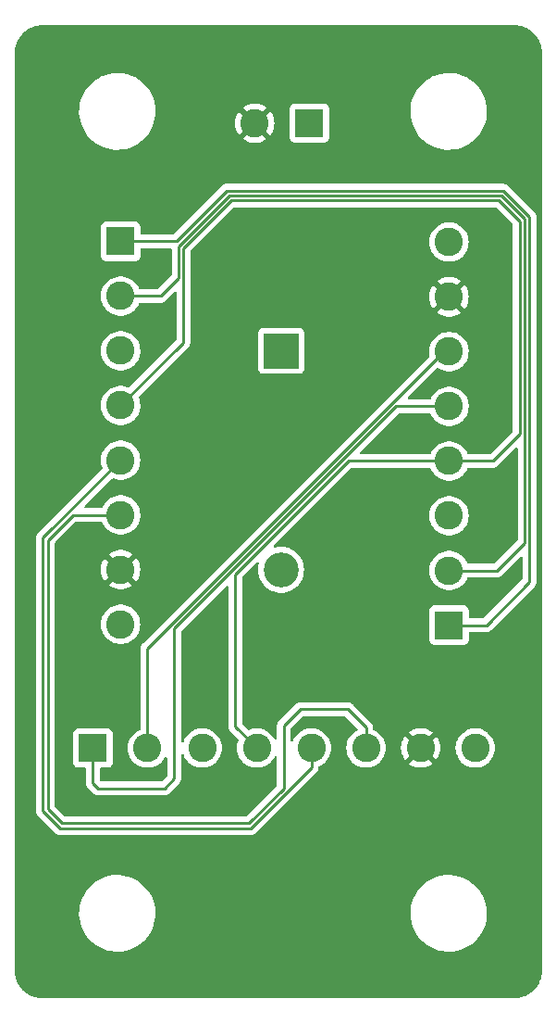
<source format=gbr>
%TF.GenerationSoftware,KiCad,Pcbnew,7.0.10-7.0.10~ubuntu22.04.1*%
%TF.CreationDate,2024-01-30T10:17:11-05:00*%
%TF.ProjectId,ladcp_star_circuit,6c616463-705f-4737-9461-725f63697263,1.0.0*%
%TF.SameCoordinates,Original*%
%TF.FileFunction,Copper,L2,Bot*%
%TF.FilePolarity,Positive*%
%FSLAX46Y46*%
G04 Gerber Fmt 4.6, Leading zero omitted, Abs format (unit mm)*
G04 Created by KiCad (PCBNEW 7.0.10-7.0.10~ubuntu22.04.1) date 2024-01-30 10:17:11*
%MOMM*%
%LPD*%
G01*
G04 APERTURE LIST*
%TA.AperFunction,ComponentPad*%
%ADD10R,2.600000X2.600000*%
%TD*%
%TA.AperFunction,ComponentPad*%
%ADD11C,2.600000*%
%TD*%
%TA.AperFunction,ComponentPad*%
%ADD12R,3.200000X3.200000*%
%TD*%
%TA.AperFunction,ComponentPad*%
%ADD13O,3.200000X3.200000*%
%TD*%
%TA.AperFunction,Conductor*%
%ADD14C,0.250000*%
%TD*%
G04 APERTURE END LIST*
D10*
%TO.P,P1,1,Pin_1*%
%TO.N,/RS232_IN_MASTER*%
X121462800Y-62917000D03*
D11*
%TO.P,P1,2,Pin_2*%
%TO.N,/RS232_OUT_MASTER*%
X121462800Y-67917000D03*
%TO.P,P1,3,Pin_3*%
%TO.N,/POWER+*%
X121462800Y-72917000D03*
%TO.P,P1,4,Pin_4*%
%TO.N,/DATA_RTN*%
X121462800Y-77917000D03*
%TO.P,P1,5,Pin_5*%
%TO.N,/RS485A*%
X121462800Y-82917000D03*
%TO.P,P1,6,Pin_6*%
%TO.N,/RS485B*%
X121462800Y-87917000D03*
%TO.P,P1,7,Pin_7*%
%TO.N,/POWER-*%
X121462800Y-92917000D03*
%TO.P,P1,8,Pin_8*%
%TO.N,unconnected-(P1-Pin_8-Pad8)*%
X121462800Y-97917000D03*
%TD*%
D12*
%TO.P,D1,1,K*%
%TO.N,/POWER+*%
X136144000Y-72931000D03*
D13*
%TO.P,D1,2,A*%
%TO.N,Net-(D1-A)*%
X136144000Y-92931000D03*
%TD*%
D10*
%TO.P,P6,1,Pin_1*%
%TO.N,/RS232_IN_MASTER*%
X151514800Y-97992000D03*
D11*
%TO.P,P6,2,Pin_2*%
%TO.N,/RS232_OUT_MASTER*%
X151514800Y-92992000D03*
%TO.P,P6,3,Pin_3*%
%TO.N,Net-(D1-A)*%
X151514800Y-87992000D03*
%TO.P,P6,4,Pin_4*%
%TO.N,/DATA_RTN*%
X151514800Y-82992000D03*
%TO.P,P6,5,Pin_5*%
%TO.N,/RS232_IN_SLAVE*%
X151514800Y-77992000D03*
%TO.P,P6,6,Pin_6*%
%TO.N,/RS232_OUT_SLAVE*%
X151514800Y-72992000D03*
%TO.P,P6,7,Pin_7*%
%TO.N,/POWER-*%
X151514800Y-67992000D03*
%TO.P,P6,8,Pin_8*%
%TO.N,unconnected-(P6-Pin_8-Pad8)*%
X151514800Y-62992000D03*
%TD*%
D10*
%TO.P,P2,1,Pin_1*%
%TO.N,/RS232_IN_SLAVE*%
X118924000Y-109220000D03*
D11*
%TO.P,P2,2,Pin_2*%
%TO.N,/RS232_OUT_SLAVE*%
X123924000Y-109220000D03*
%TO.P,P2,3,Pin_3*%
%TO.N,/POWER+*%
X128924000Y-109220000D03*
%TO.P,P2,4,Pin_4*%
%TO.N,/DATA_RTN*%
X133924000Y-109220000D03*
%TO.P,P2,5,Pin_5*%
%TO.N,/RS485A*%
X138924000Y-109220000D03*
%TO.P,P2,6,Pin_6*%
%TO.N,/RS485B*%
X143924000Y-109220000D03*
%TO.P,P2,7,Pin_7*%
%TO.N,/POWER-*%
X148924000Y-109220000D03*
%TO.P,P2,8,Pin_8*%
%TO.N,unconnected-(P2-Pin_8-Pad8)*%
X153924000Y-109220000D03*
%TD*%
D10*
%TO.P,P3,1,Pin_1*%
%TO.N,/POWER+*%
X138734800Y-52120800D03*
D11*
%TO.P,P3,2,Pin_2*%
%TO.N,/POWER-*%
X133734800Y-52120800D03*
%TD*%
D14*
%TO.N,/RS232_IN_MASTER*%
X126567000Y-62917000D02*
X131191000Y-58293000D01*
X156464000Y-58293000D02*
X158877000Y-60706000D01*
X154928500Y-97992000D02*
X151514800Y-97992000D01*
X121462800Y-62917000D02*
X126567000Y-62917000D01*
X158877000Y-94043500D02*
X154928500Y-97992000D01*
X131191000Y-58293000D02*
X156464000Y-58293000D01*
X158877000Y-60706000D02*
X158877000Y-94043500D01*
%TO.N,/RS232_OUT_MASTER*%
X121462800Y-67917000D02*
X125123000Y-67917000D01*
X126753396Y-63367000D02*
X131377396Y-58743000D01*
X155928000Y-92992000D02*
X151514800Y-92992000D01*
X156277604Y-58743000D02*
X158427000Y-60892396D01*
X131377396Y-58743000D02*
X156277604Y-58743000D01*
X158427000Y-60892396D02*
X158427000Y-90493000D01*
X125123000Y-67917000D02*
X126753396Y-66286604D01*
X158427000Y-90493000D02*
X155928000Y-92992000D01*
X126753396Y-66286604D02*
X126753396Y-63367000D01*
%TO.N,/DATA_RTN*%
X157977000Y-80529000D02*
X155514000Y-82992000D01*
X127203396Y-72176404D02*
X127203396Y-63553396D01*
X151514800Y-82992000D02*
X142307396Y-82992000D01*
X131953000Y-107249000D02*
X133924000Y-109220000D01*
X127203396Y-63553396D02*
X131563792Y-59193000D01*
X155514000Y-82992000D02*
X151514800Y-82992000D01*
X131953000Y-93346396D02*
X131953000Y-107249000D01*
X142307396Y-82992000D02*
X131953000Y-93346396D01*
X157977000Y-61078792D02*
X157977000Y-80529000D01*
X131563792Y-59193000D02*
X156091208Y-59193000D01*
X121462800Y-77917000D02*
X127203396Y-72176404D01*
X156091208Y-59193000D02*
X157977000Y-61078792D01*
%TO.N,/RS485A*%
X138924000Y-111012000D02*
X138924000Y-109220000D01*
X115891604Y-116528000D02*
X133408000Y-116528000D01*
X121462800Y-82917000D02*
X114358000Y-90021800D01*
X133408000Y-116528000D02*
X138924000Y-111012000D01*
X114358000Y-114994396D02*
X115891604Y-116528000D01*
X114358000Y-90021800D02*
X114358000Y-114994396D01*
%TO.N,/RS485B*%
X116078000Y-116078000D02*
X133221604Y-116078000D01*
X133221604Y-116078000D02*
X136398000Y-112901604D01*
X142240000Y-105664000D02*
X143924000Y-107348000D01*
X136398000Y-107188000D02*
X137922000Y-105664000D01*
X137922000Y-105664000D02*
X142240000Y-105664000D01*
X114808000Y-114808000D02*
X116078000Y-116078000D01*
X114808000Y-90208196D02*
X114808000Y-114808000D01*
X117099196Y-87917000D02*
X114808000Y-90208196D01*
X121462800Y-87917000D02*
X117099196Y-87917000D01*
X136398000Y-112901604D02*
X136398000Y-107188000D01*
X143924000Y-107348000D02*
X143924000Y-109220000D01*
%TO.N,/RS232_IN_SLAVE*%
X118924000Y-112447000D02*
X118924000Y-109220000D01*
X119380000Y-112903000D02*
X118924000Y-112447000D01*
X125476000Y-112903000D02*
X119380000Y-112903000D01*
X151514800Y-77992000D02*
X146671000Y-77992000D01*
X146671000Y-77992000D02*
X126365000Y-98298000D01*
X126365000Y-112014000D02*
X125476000Y-112903000D01*
X126365000Y-98298000D02*
X126365000Y-112014000D01*
%TO.N,/RS232_OUT_SLAVE*%
X151034604Y-72992000D02*
X123924000Y-100102604D01*
X123924000Y-100102604D02*
X123924000Y-109220000D01*
X151514800Y-72992000D02*
X151034604Y-72992000D01*
%TD*%
%TA.AperFunction,Conductor*%
%TO.N,/POWER-*%
G36*
X157483471Y-43180694D02*
G01*
X157595527Y-43186987D01*
X157764353Y-43197199D01*
X157777591Y-43198720D01*
X157909665Y-43221160D01*
X157911007Y-43221397D01*
X158056210Y-43248007D01*
X158068153Y-43250814D01*
X158200788Y-43289025D01*
X158203279Y-43289773D01*
X158340146Y-43332423D01*
X158350682Y-43336237D01*
X158479736Y-43389693D01*
X158483063Y-43391130D01*
X158612306Y-43449298D01*
X158621372Y-43453834D01*
X158744331Y-43521791D01*
X158748500Y-43524202D01*
X158868988Y-43597040D01*
X158876592Y-43602027D01*
X158991525Y-43683575D01*
X158996223Y-43687078D01*
X159106752Y-43773672D01*
X159112906Y-43778823D01*
X159218133Y-43872859D01*
X159223187Y-43877638D01*
X159322360Y-43976811D01*
X159327139Y-43981865D01*
X159421175Y-44087092D01*
X159426326Y-44093246D01*
X159512904Y-44203754D01*
X159516423Y-44208473D01*
X159597971Y-44323406D01*
X159602958Y-44331010D01*
X159675796Y-44451498D01*
X159678207Y-44455667D01*
X159746164Y-44578626D01*
X159750712Y-44587716D01*
X159808832Y-44716853D01*
X159810317Y-44720291D01*
X159863756Y-44849303D01*
X159867580Y-44859866D01*
X159910214Y-44996684D01*
X159910983Y-44999246D01*
X159949180Y-45131831D01*
X159951995Y-45143807D01*
X159978578Y-45288865D01*
X159978857Y-45290446D01*
X160001275Y-45422385D01*
X160002801Y-45435670D01*
X160012997Y-45604242D01*
X160013028Y-45604774D01*
X160019305Y-45716526D01*
X160019500Y-45723480D01*
X160019500Y-129536519D01*
X160019305Y-129543473D01*
X160013028Y-129655224D01*
X160012997Y-129655756D01*
X160002801Y-129824328D01*
X160001275Y-129837613D01*
X159978857Y-129969552D01*
X159978578Y-129971133D01*
X159951995Y-130116191D01*
X159949180Y-130128167D01*
X159910983Y-130260752D01*
X159910214Y-130263314D01*
X159867580Y-130400132D01*
X159863756Y-130410695D01*
X159810317Y-130539707D01*
X159808832Y-130543145D01*
X159750712Y-130672282D01*
X159746164Y-130681372D01*
X159678207Y-130804331D01*
X159675796Y-130808500D01*
X159602958Y-130928988D01*
X159597971Y-130936592D01*
X159516423Y-131051525D01*
X159512904Y-131056244D01*
X159426326Y-131166752D01*
X159421175Y-131172906D01*
X159327139Y-131278133D01*
X159322360Y-131283187D01*
X159223187Y-131382360D01*
X159218133Y-131387139D01*
X159112906Y-131481175D01*
X159106752Y-131486326D01*
X158996244Y-131572904D01*
X158991525Y-131576423D01*
X158876592Y-131657971D01*
X158868988Y-131662958D01*
X158748500Y-131735796D01*
X158744331Y-131738207D01*
X158621372Y-131806164D01*
X158612282Y-131810712D01*
X158483145Y-131868832D01*
X158479707Y-131870317D01*
X158350695Y-131923756D01*
X158340132Y-131927580D01*
X158203314Y-131970214D01*
X158200752Y-131970983D01*
X158068167Y-132009180D01*
X158056191Y-132011995D01*
X157911133Y-132038578D01*
X157909552Y-132038857D01*
X157777613Y-132061275D01*
X157764328Y-132062801D01*
X157595756Y-132072997D01*
X157595224Y-132073028D01*
X157487513Y-132079078D01*
X157483471Y-132079305D01*
X157476519Y-132079500D01*
X114303481Y-132079500D01*
X114296528Y-132079305D01*
X114292045Y-132079053D01*
X114184774Y-132073028D01*
X114184242Y-132072997D01*
X114015670Y-132062801D01*
X114002385Y-132061275D01*
X113870446Y-132038857D01*
X113868865Y-132038578D01*
X113723807Y-132011995D01*
X113711831Y-132009180D01*
X113579246Y-131970983D01*
X113576684Y-131970214D01*
X113439866Y-131927580D01*
X113429303Y-131923756D01*
X113300291Y-131870317D01*
X113296873Y-131868841D01*
X113167713Y-131810710D01*
X113158626Y-131806164D01*
X113035667Y-131738207D01*
X113031498Y-131735796D01*
X112911010Y-131662958D01*
X112903406Y-131657971D01*
X112788473Y-131576423D01*
X112783754Y-131572904D01*
X112673246Y-131486326D01*
X112667092Y-131481175D01*
X112561865Y-131387139D01*
X112556811Y-131382360D01*
X112457638Y-131283187D01*
X112452859Y-131278133D01*
X112358823Y-131172906D01*
X112353672Y-131166752D01*
X112267078Y-131056223D01*
X112263575Y-131051525D01*
X112182027Y-130936592D01*
X112177040Y-130928988D01*
X112104202Y-130808500D01*
X112101791Y-130804331D01*
X112083272Y-130770824D01*
X112033832Y-130681369D01*
X112029298Y-130672306D01*
X111971130Y-130543063D01*
X111969693Y-130539736D01*
X111916237Y-130410682D01*
X111912423Y-130400146D01*
X111869773Y-130263279D01*
X111869015Y-130260752D01*
X111864307Y-130244409D01*
X111830814Y-130128153D01*
X111828007Y-130116210D01*
X111801397Y-129971007D01*
X111801160Y-129969665D01*
X111778720Y-129837591D01*
X111777199Y-129824353D01*
X111766983Y-129655453D01*
X111760695Y-129543472D01*
X111760500Y-129536520D01*
X111760500Y-124417312D01*
X117653774Y-124417312D01*
X117683545Y-124789270D01*
X117752685Y-125155947D01*
X117860404Y-125513191D01*
X118005491Y-125856970D01*
X118186291Y-126183370D01*
X118186294Y-126183374D01*
X118400769Y-126488713D01*
X118646484Y-126769525D01*
X118787524Y-126899727D01*
X118920656Y-127022629D01*
X119220166Y-127245147D01*
X119220177Y-127245155D01*
X119541655Y-127434584D01*
X119881447Y-127588769D01*
X120235702Y-127705963D01*
X120600408Y-127784838D01*
X120971431Y-127824500D01*
X121251209Y-127824500D01*
X121251213Y-127824500D01*
X121432219Y-127814852D01*
X121530594Y-127809610D01*
X121530598Y-127809609D01*
X121530608Y-127809609D01*
X121898995Y-127750256D01*
X122258986Y-127652083D01*
X122606502Y-127516201D01*
X122937606Y-127344150D01*
X123248547Y-127137880D01*
X123535800Y-126899727D01*
X123796113Y-126632391D01*
X124026534Y-126338899D01*
X124224454Y-126022578D01*
X124387630Y-125687011D01*
X124514212Y-125336000D01*
X124602768Y-124973524D01*
X124652293Y-124603688D01*
X124657256Y-124417312D01*
X147981374Y-124417312D01*
X148011145Y-124789270D01*
X148080285Y-125155947D01*
X148188004Y-125513191D01*
X148333091Y-125856970D01*
X148513891Y-126183370D01*
X148513894Y-126183374D01*
X148728369Y-126488713D01*
X148974084Y-126769525D01*
X149115124Y-126899727D01*
X149248256Y-127022629D01*
X149547766Y-127245147D01*
X149547777Y-127245155D01*
X149869255Y-127434584D01*
X150209047Y-127588769D01*
X150563302Y-127705963D01*
X150928008Y-127784838D01*
X151299031Y-127824500D01*
X151578809Y-127824500D01*
X151578813Y-127824500D01*
X151759819Y-127814852D01*
X151858194Y-127809610D01*
X151858198Y-127809609D01*
X151858208Y-127809609D01*
X152226595Y-127750256D01*
X152586586Y-127652083D01*
X152934102Y-127516201D01*
X153265206Y-127344150D01*
X153576147Y-127137880D01*
X153863400Y-126899727D01*
X154123713Y-126632391D01*
X154354134Y-126338899D01*
X154552054Y-126022578D01*
X154715230Y-125687011D01*
X154841812Y-125336000D01*
X154930368Y-124973524D01*
X154979893Y-124603688D01*
X154989826Y-124230683D01*
X154960055Y-123858735D01*
X154890916Y-123492059D01*
X154890914Y-123492052D01*
X154783195Y-123134808D01*
X154638108Y-122791029D01*
X154457308Y-122464629D01*
X154457305Y-122464625D01*
X154348065Y-122309105D01*
X154242831Y-122159287D01*
X153997116Y-121878475D01*
X153722945Y-121625372D01*
X153722943Y-121625370D01*
X153423433Y-121402852D01*
X153423430Y-121402850D01*
X153423423Y-121402845D01*
X153101945Y-121213416D01*
X152762153Y-121059231D01*
X152762149Y-121059229D01*
X152762143Y-121059227D01*
X152407902Y-120942038D01*
X152407889Y-120942035D01*
X152043195Y-120863162D01*
X152043188Y-120863161D01*
X151672169Y-120823500D01*
X151392387Y-120823500D01*
X151392376Y-120823500D01*
X151113005Y-120838389D01*
X151112979Y-120838392D01*
X150744607Y-120897743D01*
X150744604Y-120897744D01*
X150384613Y-120995917D01*
X150222689Y-121059231D01*
X150037098Y-121131799D01*
X150037096Y-121131799D01*
X150037096Y-121131800D01*
X149705998Y-121303847D01*
X149395058Y-121510116D01*
X149395049Y-121510122D01*
X149107811Y-121748263D01*
X149107796Y-121748277D01*
X148847488Y-122015607D01*
X148617069Y-122309095D01*
X148617062Y-122309105D01*
X148419148Y-122625416D01*
X148419146Y-122625421D01*
X148255967Y-122960994D01*
X148129386Y-123312004D01*
X148040832Y-123674472D01*
X148040831Y-123674480D01*
X147991308Y-124044305D01*
X147991306Y-124044321D01*
X147981374Y-124417312D01*
X124657256Y-124417312D01*
X124662226Y-124230683D01*
X124632455Y-123858735D01*
X124563316Y-123492059D01*
X124563314Y-123492052D01*
X124455595Y-123134808D01*
X124310508Y-122791029D01*
X124129708Y-122464629D01*
X124129705Y-122464625D01*
X124020465Y-122309105D01*
X123915231Y-122159287D01*
X123669516Y-121878475D01*
X123395345Y-121625372D01*
X123395343Y-121625370D01*
X123095833Y-121402852D01*
X123095830Y-121402850D01*
X123095823Y-121402845D01*
X122774345Y-121213416D01*
X122434553Y-121059231D01*
X122434549Y-121059229D01*
X122434543Y-121059227D01*
X122080302Y-120942038D01*
X122080289Y-120942035D01*
X121715595Y-120863162D01*
X121715588Y-120863161D01*
X121344569Y-120823500D01*
X121064787Y-120823500D01*
X121064776Y-120823500D01*
X120785405Y-120838389D01*
X120785379Y-120838392D01*
X120417007Y-120897743D01*
X120417004Y-120897744D01*
X120057013Y-120995917D01*
X119895089Y-121059231D01*
X119709498Y-121131799D01*
X119709496Y-121131799D01*
X119709496Y-121131800D01*
X119378398Y-121303847D01*
X119067458Y-121510116D01*
X119067449Y-121510122D01*
X118780211Y-121748263D01*
X118780196Y-121748277D01*
X118519888Y-122015607D01*
X118289469Y-122309095D01*
X118289462Y-122309105D01*
X118091548Y-122625416D01*
X118091546Y-122625421D01*
X117928367Y-122960994D01*
X117801786Y-123312004D01*
X117713232Y-123674472D01*
X117713231Y-123674480D01*
X117663708Y-124044305D01*
X117663706Y-124044321D01*
X117653774Y-124417312D01*
X111760500Y-124417312D01*
X111760500Y-90001995D01*
X113727840Y-90001995D01*
X113731950Y-90045474D01*
X113732500Y-90057143D01*
X113732500Y-114911651D01*
X113730775Y-114927268D01*
X113731061Y-114927295D01*
X113730326Y-114935061D01*
X113732439Y-115002268D01*
X113732500Y-115006163D01*
X113732500Y-115033753D01*
X113733003Y-115037731D01*
X113733918Y-115049363D01*
X113735290Y-115093020D01*
X113735291Y-115093023D01*
X113740880Y-115112263D01*
X113744824Y-115131307D01*
X113747336Y-115151188D01*
X113763414Y-115191799D01*
X113767197Y-115202848D01*
X113779381Y-115244784D01*
X113789580Y-115262030D01*
X113798138Y-115279499D01*
X113805514Y-115298128D01*
X113831181Y-115333456D01*
X113837593Y-115343217D01*
X113859828Y-115380813D01*
X113859833Y-115380820D01*
X113873990Y-115394976D01*
X113886628Y-115409772D01*
X113898405Y-115425982D01*
X113898406Y-115425983D01*
X113932057Y-115453821D01*
X113940698Y-115461684D01*
X115390798Y-116911784D01*
X115400623Y-116924048D01*
X115400844Y-116923866D01*
X115405814Y-116929874D01*
X115454843Y-116975915D01*
X115457640Y-116978626D01*
X115477134Y-116998120D01*
X115480299Y-117000575D01*
X115489175Y-117008156D01*
X115521022Y-117038062D01*
X115521026Y-117038064D01*
X115538577Y-117047713D01*
X115554835Y-117058392D01*
X115570668Y-117070674D01*
X115606014Y-117085968D01*
X115610759Y-117088022D01*
X115621239Y-117093155D01*
X115659512Y-117114197D01*
X115678916Y-117119179D01*
X115697314Y-117125478D01*
X115715709Y-117133438D01*
X115758858Y-117140271D01*
X115770284Y-117142638D01*
X115812585Y-117153500D01*
X115832620Y-117153500D01*
X115852017Y-117155026D01*
X115871800Y-117158160D01*
X115915279Y-117154050D01*
X115926948Y-117153500D01*
X133325257Y-117153500D01*
X133340877Y-117155224D01*
X133340904Y-117154939D01*
X133348660Y-117155671D01*
X133348667Y-117155673D01*
X133415873Y-117153561D01*
X133419768Y-117153500D01*
X133447346Y-117153500D01*
X133447350Y-117153500D01*
X133451324Y-117152997D01*
X133462963Y-117152080D01*
X133506627Y-117150709D01*
X133525869Y-117145117D01*
X133544912Y-117141174D01*
X133564792Y-117138664D01*
X133605401Y-117122585D01*
X133616444Y-117118803D01*
X133658390Y-117106618D01*
X133675629Y-117096422D01*
X133693103Y-117087862D01*
X133711727Y-117080488D01*
X133711727Y-117080487D01*
X133711732Y-117080486D01*
X133747083Y-117054800D01*
X133756814Y-117048408D01*
X133794420Y-117026170D01*
X133808589Y-117011999D01*
X133823379Y-116999368D01*
X133839587Y-116987594D01*
X133867438Y-116953926D01*
X133875279Y-116945309D01*
X139307788Y-111512801D01*
X139320042Y-111502986D01*
X139319859Y-111502764D01*
X139325868Y-111497791D01*
X139325877Y-111497786D01*
X139371949Y-111448722D01*
X139374566Y-111446023D01*
X139394120Y-111426471D01*
X139396576Y-111423303D01*
X139404156Y-111414427D01*
X139434062Y-111382582D01*
X139443715Y-111365020D01*
X139454389Y-111348770D01*
X139466673Y-111332936D01*
X139484019Y-111292850D01*
X139489157Y-111282362D01*
X139510196Y-111244093D01*
X139510197Y-111244092D01*
X139515177Y-111224691D01*
X139521478Y-111206288D01*
X139529438Y-111187896D01*
X139536272Y-111144741D01*
X139538635Y-111133331D01*
X139549500Y-111091019D01*
X139549500Y-111070983D01*
X139551027Y-111051582D01*
X139554160Y-111031803D01*
X139554160Y-111031800D01*
X139551717Y-111005962D01*
X139565003Y-110937368D01*
X139613266Y-110886845D01*
X139621341Y-110882582D01*
X139802580Y-110795302D01*
X139826767Y-110783655D01*
X139826767Y-110783654D01*
X139826775Y-110783651D01*
X140049741Y-110631635D01*
X140247561Y-110448085D01*
X140415815Y-110237102D01*
X140550743Y-110003398D01*
X140649334Y-109752195D01*
X140709383Y-109489103D01*
X140729549Y-109220000D01*
X140726466Y-109178862D01*
X140709389Y-108950973D01*
X140709383Y-108950897D01*
X140649334Y-108687805D01*
X140550743Y-108436602D01*
X140415815Y-108202898D01*
X140247561Y-107991915D01*
X140247560Y-107991914D01*
X140247557Y-107991910D01*
X140049741Y-107808365D01*
X140010038Y-107781296D01*
X139826775Y-107656349D01*
X139826769Y-107656346D01*
X139826768Y-107656345D01*
X139826767Y-107656344D01*
X139583643Y-107539263D01*
X139583645Y-107539263D01*
X139325773Y-107459720D01*
X139325767Y-107459718D01*
X139058936Y-107419500D01*
X139058929Y-107419500D01*
X138789071Y-107419500D01*
X138789063Y-107419500D01*
X138522232Y-107459718D01*
X138522226Y-107459720D01*
X138264358Y-107539262D01*
X138021230Y-107656346D01*
X137798258Y-107808365D01*
X137600442Y-107991910D01*
X137432185Y-108202898D01*
X137297258Y-108436599D01*
X137297256Y-108436603D01*
X137262928Y-108524069D01*
X137220112Y-108579282D01*
X137154241Y-108602583D01*
X137086231Y-108586572D01*
X137037673Y-108536334D01*
X137023500Y-108478766D01*
X137023500Y-107498452D01*
X137043185Y-107431413D01*
X137059819Y-107410771D01*
X138144772Y-106325819D01*
X138206095Y-106292334D01*
X138232453Y-106289500D01*
X141929548Y-106289500D01*
X141996587Y-106309185D01*
X142017229Y-106325819D01*
X143118046Y-107426636D01*
X143151531Y-107487959D01*
X143146547Y-107557651D01*
X143104675Y-107613584D01*
X143084168Y-107626036D01*
X143021235Y-107656343D01*
X143021232Y-107656345D01*
X143021226Y-107656348D01*
X143021226Y-107656349D01*
X143009453Y-107664376D01*
X142798258Y-107808365D01*
X142600442Y-107991910D01*
X142432185Y-108202898D01*
X142297258Y-108436599D01*
X142297256Y-108436603D01*
X142198666Y-108687804D01*
X142198664Y-108687811D01*
X142138616Y-108950898D01*
X142118451Y-109219995D01*
X142118451Y-109220004D01*
X142138616Y-109489101D01*
X142198664Y-109752188D01*
X142198666Y-109752195D01*
X142297256Y-110003396D01*
X142297258Y-110003400D01*
X142306887Y-110020078D01*
X142432185Y-110237102D01*
X142485655Y-110304151D01*
X142600442Y-110448089D01*
X142787183Y-110621358D01*
X142798259Y-110631635D01*
X143021226Y-110783651D01*
X143264359Y-110900738D01*
X143522228Y-110980280D01*
X143522229Y-110980280D01*
X143522232Y-110980281D01*
X143789063Y-111020499D01*
X143789068Y-111020499D01*
X143789071Y-111020500D01*
X143789072Y-111020500D01*
X144058928Y-111020500D01*
X144058929Y-111020500D01*
X144058936Y-111020499D01*
X144325767Y-110980281D01*
X144325768Y-110980280D01*
X144325772Y-110980280D01*
X144583641Y-110900738D01*
X144775765Y-110808216D01*
X144826767Y-110783655D01*
X144826767Y-110783654D01*
X144826775Y-110783651D01*
X145049741Y-110631635D01*
X145247561Y-110448085D01*
X145415815Y-110237102D01*
X145550743Y-110003398D01*
X145649334Y-109752195D01*
X145709383Y-109489103D01*
X145729549Y-109220004D01*
X147118953Y-109220004D01*
X147139113Y-109489026D01*
X147139113Y-109489028D01*
X147199142Y-109752033D01*
X147199148Y-109752052D01*
X147297709Y-110003181D01*
X147297708Y-110003181D01*
X147432602Y-110236822D01*
X147486294Y-110304151D01*
X147486295Y-110304151D01*
X148321452Y-109468993D01*
X148331188Y-109498956D01*
X148419186Y-109637619D01*
X148538903Y-109750040D01*
X148673510Y-109824041D01*
X147838848Y-110658702D01*
X148021483Y-110783220D01*
X148021485Y-110783221D01*
X148264539Y-110900269D01*
X148264537Y-110900269D01*
X148522337Y-110979790D01*
X148522343Y-110979792D01*
X148789101Y-111019999D01*
X148789110Y-111020000D01*
X149058890Y-111020000D01*
X149058898Y-111019999D01*
X149325656Y-110979792D01*
X149325662Y-110979790D01*
X149583461Y-110900269D01*
X149826521Y-110783218D01*
X150009150Y-110658702D01*
X149171534Y-109821086D01*
X149239629Y-109794126D01*
X149372492Y-109697595D01*
X149477175Y-109571055D01*
X149525631Y-109468079D01*
X150361703Y-110304151D01*
X150361704Y-110304150D01*
X150415393Y-110236828D01*
X150415400Y-110236817D01*
X150550290Y-110003181D01*
X150648851Y-109752052D01*
X150648857Y-109752033D01*
X150708886Y-109489028D01*
X150708886Y-109489026D01*
X150729047Y-109220004D01*
X152118451Y-109220004D01*
X152138616Y-109489101D01*
X152198664Y-109752188D01*
X152198666Y-109752195D01*
X152297256Y-110003396D01*
X152297258Y-110003400D01*
X152306887Y-110020078D01*
X152432185Y-110237102D01*
X152485655Y-110304151D01*
X152600442Y-110448089D01*
X152787183Y-110621358D01*
X152798259Y-110631635D01*
X153021226Y-110783651D01*
X153264359Y-110900738D01*
X153522228Y-110980280D01*
X153522229Y-110980280D01*
X153522232Y-110980281D01*
X153789063Y-111020499D01*
X153789068Y-111020499D01*
X153789071Y-111020500D01*
X153789072Y-111020500D01*
X154058928Y-111020500D01*
X154058929Y-111020500D01*
X154058936Y-111020499D01*
X154325767Y-110980281D01*
X154325768Y-110980280D01*
X154325772Y-110980280D01*
X154583641Y-110900738D01*
X154775765Y-110808216D01*
X154826767Y-110783655D01*
X154826767Y-110783654D01*
X154826775Y-110783651D01*
X155049741Y-110631635D01*
X155247561Y-110448085D01*
X155415815Y-110237102D01*
X155550743Y-110003398D01*
X155649334Y-109752195D01*
X155709383Y-109489103D01*
X155729549Y-109220000D01*
X155726466Y-109178862D01*
X155709389Y-108950973D01*
X155709383Y-108950897D01*
X155649334Y-108687805D01*
X155550743Y-108436602D01*
X155415815Y-108202898D01*
X155247561Y-107991915D01*
X155247560Y-107991914D01*
X155247557Y-107991910D01*
X155049741Y-107808365D01*
X155010038Y-107781296D01*
X154826775Y-107656349D01*
X154826769Y-107656346D01*
X154826768Y-107656345D01*
X154826767Y-107656344D01*
X154583643Y-107539263D01*
X154583645Y-107539263D01*
X154325773Y-107459720D01*
X154325767Y-107459718D01*
X154058936Y-107419500D01*
X154058929Y-107419500D01*
X153789071Y-107419500D01*
X153789063Y-107419500D01*
X153522232Y-107459718D01*
X153522226Y-107459720D01*
X153264358Y-107539262D01*
X153021230Y-107656346D01*
X152798258Y-107808365D01*
X152600442Y-107991910D01*
X152432185Y-108202898D01*
X152297258Y-108436599D01*
X152297256Y-108436603D01*
X152198666Y-108687804D01*
X152198664Y-108687811D01*
X152138616Y-108950898D01*
X152118451Y-109219995D01*
X152118451Y-109220004D01*
X150729047Y-109220004D01*
X150729047Y-109219995D01*
X150708886Y-108950973D01*
X150708886Y-108950971D01*
X150648857Y-108687966D01*
X150648851Y-108687947D01*
X150550290Y-108436818D01*
X150550291Y-108436818D01*
X150415397Y-108203177D01*
X150361704Y-108135847D01*
X149526546Y-108971004D01*
X149516812Y-108941044D01*
X149428814Y-108802381D01*
X149309097Y-108689960D01*
X149174489Y-108615958D01*
X150009150Y-107781296D01*
X149826517Y-107656779D01*
X149826516Y-107656778D01*
X149583460Y-107539730D01*
X149583462Y-107539730D01*
X149325662Y-107460209D01*
X149325656Y-107460207D01*
X149058898Y-107420000D01*
X148789101Y-107420000D01*
X148522343Y-107460207D01*
X148522337Y-107460209D01*
X148264538Y-107539730D01*
X148021485Y-107656778D01*
X148021476Y-107656783D01*
X147838848Y-107781296D01*
X148676465Y-108618913D01*
X148608371Y-108645874D01*
X148475508Y-108742405D01*
X148370825Y-108868945D01*
X148322368Y-108971921D01*
X147486295Y-108135848D01*
X147432600Y-108203180D01*
X147297709Y-108436818D01*
X147199148Y-108687947D01*
X147199142Y-108687966D01*
X147139113Y-108950971D01*
X147139113Y-108950973D01*
X147118953Y-109219995D01*
X147118953Y-109220004D01*
X145729549Y-109220004D01*
X145729549Y-109220000D01*
X145726466Y-109178862D01*
X145709389Y-108950973D01*
X145709383Y-108950897D01*
X145649334Y-108687805D01*
X145550743Y-108436602D01*
X145415815Y-108202898D01*
X145247561Y-107991915D01*
X145247560Y-107991914D01*
X145247557Y-107991910D01*
X145049741Y-107808365D01*
X144914689Y-107716288D01*
X144826775Y-107656349D01*
X144826772Y-107656348D01*
X144826770Y-107656346D01*
X144619698Y-107556626D01*
X144567839Y-107509804D01*
X144549500Y-107444906D01*
X144549500Y-107430742D01*
X144551224Y-107415122D01*
X144550939Y-107415095D01*
X144551673Y-107407333D01*
X144549561Y-107340112D01*
X144549500Y-107336218D01*
X144549500Y-107308656D01*
X144549500Y-107308650D01*
X144548996Y-107304668D01*
X144548081Y-107293029D01*
X144546710Y-107249373D01*
X144541119Y-107230130D01*
X144537173Y-107211078D01*
X144534664Y-107191208D01*
X144518579Y-107150583D01*
X144514806Y-107139562D01*
X144502618Y-107097610D01*
X144502617Y-107097609D01*
X144502617Y-107097607D01*
X144502616Y-107097606D01*
X144492423Y-107080371D01*
X144483861Y-107062894D01*
X144476487Y-107044269D01*
X144450816Y-107008937D01*
X144444405Y-106999177D01*
X144428971Y-106973080D01*
X144422172Y-106961583D01*
X144422165Y-106961574D01*
X144408006Y-106947415D01*
X144395368Y-106932619D01*
X144384488Y-106917644D01*
X144383594Y-106916413D01*
X144349940Y-106888572D01*
X144341299Y-106880709D01*
X142740803Y-105280212D01*
X142730980Y-105267950D01*
X142730759Y-105268134D01*
X142725786Y-105262122D01*
X142676776Y-105216099D01*
X142673977Y-105213386D01*
X142654477Y-105193885D01*
X142654471Y-105193880D01*
X142651286Y-105191409D01*
X142642434Y-105183848D01*
X142610582Y-105153938D01*
X142610580Y-105153936D01*
X142610577Y-105153935D01*
X142593029Y-105144288D01*
X142576763Y-105133604D01*
X142560932Y-105121324D01*
X142520849Y-105103978D01*
X142510363Y-105098841D01*
X142472094Y-105077803D01*
X142472092Y-105077802D01*
X142452693Y-105072822D01*
X142434281Y-105066518D01*
X142415898Y-105058562D01*
X142415892Y-105058560D01*
X142372760Y-105051729D01*
X142361322Y-105049361D01*
X142319020Y-105038500D01*
X142319019Y-105038500D01*
X142298984Y-105038500D01*
X142279586Y-105036973D01*
X142272162Y-105035797D01*
X142259805Y-105033840D01*
X142259804Y-105033840D01*
X142216325Y-105037950D01*
X142204656Y-105038500D01*
X138004737Y-105038500D01*
X137989120Y-105036776D01*
X137989093Y-105037062D01*
X137981331Y-105036327D01*
X137914144Y-105038439D01*
X137910250Y-105038500D01*
X137882650Y-105038500D01*
X137878962Y-105038965D01*
X137878649Y-105039005D01*
X137867031Y-105039918D01*
X137823372Y-105041290D01*
X137823369Y-105041291D01*
X137804126Y-105046881D01*
X137785083Y-105050825D01*
X137765204Y-105053336D01*
X137765203Y-105053337D01*
X137724593Y-105069415D01*
X137713548Y-105073197D01*
X137671608Y-105085383D01*
X137671604Y-105085385D01*
X137654365Y-105095580D01*
X137636898Y-105104137D01*
X137618269Y-105111512D01*
X137618267Y-105111514D01*
X137582926Y-105137189D01*
X137573168Y-105143599D01*
X137535580Y-105165828D01*
X137521408Y-105180000D01*
X137506623Y-105192628D01*
X137490412Y-105204407D01*
X137462571Y-105238059D01*
X137454711Y-105246696D01*
X136014208Y-106687199D01*
X136001951Y-106697020D01*
X136002134Y-106697241D01*
X135996122Y-106702214D01*
X135950098Y-106751223D01*
X135947391Y-106754016D01*
X135927889Y-106773517D01*
X135927875Y-106773534D01*
X135925407Y-106776715D01*
X135917843Y-106785570D01*
X135887937Y-106817418D01*
X135887936Y-106817420D01*
X135878284Y-106834976D01*
X135867610Y-106851226D01*
X135855329Y-106867061D01*
X135855324Y-106867068D01*
X135837975Y-106907158D01*
X135832838Y-106917644D01*
X135811803Y-106955906D01*
X135806822Y-106975307D01*
X135800521Y-106993710D01*
X135792562Y-107012102D01*
X135792561Y-107012105D01*
X135785728Y-107055243D01*
X135783360Y-107066674D01*
X135772501Y-107108971D01*
X135772500Y-107108982D01*
X135772500Y-107129016D01*
X135770973Y-107148413D01*
X135767840Y-107168196D01*
X135769870Y-107189667D01*
X135771950Y-107211674D01*
X135772500Y-107223343D01*
X135772500Y-108357921D01*
X135752815Y-108424960D01*
X135700011Y-108470715D01*
X135630853Y-108480659D01*
X135567297Y-108451634D01*
X135541113Y-108419921D01*
X135472317Y-108300763D01*
X135415815Y-108202898D01*
X135247561Y-107991915D01*
X135247560Y-107991914D01*
X135247557Y-107991910D01*
X135049741Y-107808365D01*
X135010038Y-107781296D01*
X134826775Y-107656349D01*
X134826769Y-107656346D01*
X134826768Y-107656345D01*
X134826767Y-107656344D01*
X134583643Y-107539263D01*
X134583645Y-107539263D01*
X134325773Y-107459720D01*
X134325767Y-107459718D01*
X134058936Y-107419500D01*
X134058929Y-107419500D01*
X133789071Y-107419500D01*
X133789063Y-107419500D01*
X133522232Y-107459718D01*
X133522226Y-107459720D01*
X133264355Y-107539263D01*
X133251490Y-107545459D01*
X133182549Y-107556810D01*
X133118415Y-107529086D01*
X133110010Y-107521419D01*
X132614819Y-107026228D01*
X132581334Y-106964905D01*
X132578500Y-106938547D01*
X132578500Y-93656847D01*
X132598185Y-93589808D01*
X132614814Y-93569171D01*
X133900668Y-92283316D01*
X133961989Y-92249833D01*
X134031681Y-92254817D01*
X134087614Y-92296689D01*
X134112031Y-92362153D01*
X134109754Y-92396227D01*
X134058201Y-92644319D01*
X134038592Y-92931000D01*
X134058201Y-93217680D01*
X134116666Y-93499034D01*
X134116667Y-93499037D01*
X134212894Y-93769793D01*
X134212893Y-93769793D01*
X134345098Y-94024935D01*
X134510812Y-94259700D01*
X134595923Y-94350831D01*
X134706947Y-94469708D01*
X134929853Y-94651055D01*
X135162448Y-94792500D01*
X135175382Y-94800365D01*
X135362237Y-94881526D01*
X135438942Y-94914844D01*
X135715642Y-94992371D01*
X135965920Y-95026771D01*
X136000321Y-95031500D01*
X136000322Y-95031500D01*
X136287679Y-95031500D01*
X136318370Y-95027281D01*
X136572358Y-94992371D01*
X136849058Y-94914844D01*
X136962015Y-94865779D01*
X137112617Y-94800365D01*
X137112620Y-94800363D01*
X137112625Y-94800361D01*
X137358147Y-94651055D01*
X137581053Y-94469708D01*
X137777189Y-94259698D01*
X137942901Y-94024936D01*
X138075104Y-93769797D01*
X138171334Y-93499032D01*
X138229798Y-93217686D01*
X138249408Y-92931000D01*
X138229798Y-92644314D01*
X138171334Y-92362968D01*
X138159681Y-92330181D01*
X138075105Y-92092206D01*
X138075106Y-92092206D01*
X137942901Y-91837064D01*
X137777187Y-91602299D01*
X137661375Y-91478296D01*
X137581053Y-91392292D01*
X137358147Y-91210945D01*
X137358146Y-91210944D01*
X137112617Y-91061634D01*
X136849063Y-90947158D01*
X136849061Y-90947157D01*
X136849058Y-90947156D01*
X136670765Y-90897201D01*
X136572364Y-90869630D01*
X136572359Y-90869629D01*
X136572358Y-90869629D01*
X136430018Y-90850064D01*
X136287679Y-90830500D01*
X136287678Y-90830500D01*
X136000322Y-90830500D01*
X136000321Y-90830500D01*
X135715642Y-90869629D01*
X135715631Y-90869631D01*
X135614133Y-90898069D01*
X135544268Y-90897201D01*
X135485964Y-90858699D01*
X135457731Y-90794787D01*
X135468533Y-90725758D01*
X135492995Y-90690989D01*
X138191981Y-87992004D01*
X149709251Y-87992004D01*
X149729416Y-88261101D01*
X149789464Y-88524188D01*
X149789466Y-88524195D01*
X149858620Y-88700396D01*
X149888057Y-88775398D01*
X150022985Y-89009102D01*
X150158880Y-89179509D01*
X150191242Y-89220089D01*
X150308227Y-89328634D01*
X150389059Y-89403635D01*
X150612026Y-89555651D01*
X150855159Y-89672738D01*
X151113028Y-89752280D01*
X151113029Y-89752280D01*
X151113032Y-89752281D01*
X151379863Y-89792499D01*
X151379868Y-89792499D01*
X151379871Y-89792500D01*
X151379872Y-89792500D01*
X151649728Y-89792500D01*
X151649729Y-89792500D01*
X151668266Y-89789706D01*
X151916567Y-89752281D01*
X151916568Y-89752280D01*
X151916572Y-89752280D01*
X152174441Y-89672738D01*
X152417575Y-89555651D01*
X152640541Y-89403635D01*
X152838361Y-89220085D01*
X153006615Y-89009102D01*
X153141543Y-88775398D01*
X153240134Y-88524195D01*
X153300183Y-88261103D01*
X153320349Y-87992000D01*
X153314728Y-87916995D01*
X153300183Y-87722898D01*
X153283065Y-87647898D01*
X153240134Y-87459805D01*
X153141543Y-87208602D01*
X153006615Y-86974898D01*
X152838361Y-86763915D01*
X152838360Y-86763914D01*
X152838357Y-86763910D01*
X152640541Y-86580365D01*
X152530536Y-86505365D01*
X152417575Y-86428349D01*
X152417569Y-86428346D01*
X152417568Y-86428345D01*
X152417567Y-86428344D01*
X152174443Y-86311263D01*
X152174445Y-86311263D01*
X151916573Y-86231720D01*
X151916567Y-86231718D01*
X151649736Y-86191500D01*
X151649729Y-86191500D01*
X151379871Y-86191500D01*
X151379863Y-86191500D01*
X151113032Y-86231718D01*
X151113026Y-86231720D01*
X150855158Y-86311262D01*
X150612030Y-86428346D01*
X150389058Y-86580365D01*
X150191242Y-86763910D01*
X150022985Y-86974898D01*
X149888058Y-87208599D01*
X149888056Y-87208603D01*
X149789466Y-87459804D01*
X149789464Y-87459811D01*
X149729416Y-87722898D01*
X149709251Y-87991995D01*
X149709251Y-87992004D01*
X138191981Y-87992004D01*
X142530168Y-83653819D01*
X142591491Y-83620334D01*
X142617849Y-83617500D01*
X149741545Y-83617500D01*
X149808584Y-83637185D01*
X149854339Y-83689989D01*
X149856967Y-83696184D01*
X149888057Y-83775398D01*
X150022985Y-84009102D01*
X150158880Y-84179509D01*
X150191242Y-84220089D01*
X150308227Y-84328634D01*
X150389059Y-84403635D01*
X150612026Y-84555651D01*
X150855159Y-84672738D01*
X151113028Y-84752280D01*
X151113029Y-84752280D01*
X151113032Y-84752281D01*
X151379863Y-84792499D01*
X151379868Y-84792499D01*
X151379871Y-84792500D01*
X151379872Y-84792500D01*
X151649728Y-84792500D01*
X151649729Y-84792500D01*
X151649736Y-84792499D01*
X151916567Y-84752281D01*
X151916568Y-84752280D01*
X151916572Y-84752280D01*
X152174441Y-84672738D01*
X152417575Y-84555651D01*
X152640541Y-84403635D01*
X152838361Y-84220085D01*
X153006615Y-84009102D01*
X153141543Y-83775398D01*
X153172627Y-83696195D01*
X153215443Y-83640984D01*
X153281313Y-83617683D01*
X153288055Y-83617500D01*
X155431257Y-83617500D01*
X155446877Y-83619224D01*
X155446904Y-83618939D01*
X155454660Y-83619671D01*
X155454667Y-83619673D01*
X155521873Y-83617561D01*
X155525768Y-83617500D01*
X155553346Y-83617500D01*
X155553350Y-83617500D01*
X155557324Y-83616997D01*
X155568963Y-83616080D01*
X155612627Y-83614709D01*
X155631869Y-83609117D01*
X155650912Y-83605174D01*
X155670792Y-83602664D01*
X155711401Y-83586585D01*
X155722444Y-83582803D01*
X155764390Y-83570618D01*
X155781629Y-83560422D01*
X155799103Y-83551862D01*
X155817727Y-83544488D01*
X155817727Y-83544487D01*
X155817732Y-83544486D01*
X155853083Y-83518800D01*
X155862814Y-83512408D01*
X155900420Y-83490170D01*
X155914589Y-83475999D01*
X155929379Y-83463368D01*
X155945587Y-83451594D01*
X155973438Y-83417926D01*
X155981279Y-83409309D01*
X157589820Y-81800768D01*
X157651142Y-81767285D01*
X157720834Y-81772269D01*
X157776767Y-81814141D01*
X157801184Y-81879605D01*
X157801500Y-81888451D01*
X157801500Y-90182547D01*
X157781815Y-90249586D01*
X157765181Y-90270228D01*
X155705228Y-92330181D01*
X155643905Y-92363666D01*
X155617547Y-92366500D01*
X153288055Y-92366500D01*
X153221016Y-92346815D01*
X153175261Y-92294011D01*
X153172627Y-92287803D01*
X153170867Y-92283318D01*
X153141543Y-92208602D01*
X153006615Y-91974898D01*
X152838361Y-91763915D01*
X152838360Y-91763914D01*
X152838357Y-91763910D01*
X152640541Y-91580365D01*
X152600536Y-91553090D01*
X152417575Y-91428349D01*
X152417569Y-91428346D01*
X152417568Y-91428345D01*
X152417567Y-91428344D01*
X152174443Y-91311263D01*
X152174445Y-91311263D01*
X151916573Y-91231720D01*
X151916567Y-91231718D01*
X151649736Y-91191500D01*
X151649729Y-91191500D01*
X151379871Y-91191500D01*
X151379863Y-91191500D01*
X151113032Y-91231718D01*
X151113026Y-91231720D01*
X150855158Y-91311262D01*
X150612030Y-91428346D01*
X150389058Y-91580365D01*
X150191242Y-91763910D01*
X150022985Y-91974898D01*
X149888058Y-92208599D01*
X149888056Y-92208603D01*
X149789466Y-92459804D01*
X149789464Y-92459811D01*
X149729416Y-92722898D01*
X149709251Y-92991995D01*
X149709251Y-92992004D01*
X149729416Y-93261101D01*
X149789464Y-93524188D01*
X149789466Y-93524195D01*
X149888056Y-93775396D01*
X149888058Y-93775400D01*
X149914228Y-93820728D01*
X150022985Y-94009102D01*
X150147172Y-94164827D01*
X150191242Y-94220089D01*
X150363861Y-94380255D01*
X150389059Y-94403635D01*
X150612026Y-94555651D01*
X150855159Y-94672738D01*
X151113028Y-94752280D01*
X151113029Y-94752280D01*
X151113032Y-94752281D01*
X151379863Y-94792499D01*
X151379868Y-94792499D01*
X151379871Y-94792500D01*
X151379872Y-94792500D01*
X151649728Y-94792500D01*
X151649729Y-94792500D01*
X151649736Y-94792499D01*
X151916567Y-94752281D01*
X151916568Y-94752280D01*
X151916572Y-94752280D01*
X152174441Y-94672738D01*
X152417575Y-94555651D01*
X152640541Y-94403635D01*
X152838361Y-94220085D01*
X153006615Y-94009102D01*
X153141543Y-93775398D01*
X153172627Y-93696195D01*
X153215443Y-93640984D01*
X153281313Y-93617683D01*
X153288055Y-93617500D01*
X155845257Y-93617500D01*
X155860877Y-93619224D01*
X155860904Y-93618939D01*
X155868660Y-93619671D01*
X155868667Y-93619673D01*
X155935873Y-93617561D01*
X155939768Y-93617500D01*
X155967346Y-93617500D01*
X155967350Y-93617500D01*
X155971324Y-93616997D01*
X155982963Y-93616080D01*
X156026627Y-93614709D01*
X156045869Y-93609117D01*
X156064912Y-93605174D01*
X156084792Y-93602664D01*
X156125401Y-93586585D01*
X156136444Y-93582803D01*
X156178390Y-93570618D01*
X156195629Y-93560422D01*
X156213103Y-93551862D01*
X156231727Y-93544488D01*
X156231727Y-93544487D01*
X156231732Y-93544486D01*
X156267083Y-93518800D01*
X156276814Y-93512408D01*
X156314420Y-93490170D01*
X156328589Y-93475999D01*
X156343379Y-93463368D01*
X156359587Y-93451594D01*
X156387438Y-93417926D01*
X156395279Y-93409309D01*
X158039820Y-91764768D01*
X158101142Y-91731285D01*
X158170834Y-91736269D01*
X158226767Y-91778141D01*
X158251184Y-91843605D01*
X158251500Y-91852451D01*
X158251500Y-93733047D01*
X158231815Y-93800086D01*
X158215181Y-93820728D01*
X154705728Y-97330181D01*
X154644405Y-97363666D01*
X154618047Y-97366500D01*
X153439299Y-97366500D01*
X153372260Y-97346815D01*
X153326505Y-97294011D01*
X153315299Y-97242500D01*
X153315299Y-96644129D01*
X153315298Y-96644123D01*
X153315297Y-96644116D01*
X153308891Y-96584517D01*
X153279369Y-96505365D01*
X153258597Y-96449671D01*
X153258593Y-96449664D01*
X153172347Y-96334455D01*
X153172344Y-96334452D01*
X153057135Y-96248206D01*
X153057128Y-96248202D01*
X152922282Y-96197908D01*
X152922283Y-96197908D01*
X152862683Y-96191501D01*
X152862681Y-96191500D01*
X152862673Y-96191500D01*
X152862664Y-96191500D01*
X150166929Y-96191500D01*
X150166923Y-96191501D01*
X150107316Y-96197908D01*
X149972471Y-96248202D01*
X149972464Y-96248206D01*
X149857255Y-96334452D01*
X149857252Y-96334455D01*
X149771006Y-96449664D01*
X149771002Y-96449671D01*
X149720708Y-96584517D01*
X149714301Y-96644116D01*
X149714301Y-96644123D01*
X149714300Y-96644135D01*
X149714300Y-99339870D01*
X149714301Y-99339876D01*
X149720708Y-99399483D01*
X149771002Y-99534328D01*
X149771006Y-99534335D01*
X149857252Y-99649544D01*
X149857255Y-99649547D01*
X149972464Y-99735793D01*
X149972471Y-99735797D01*
X150107317Y-99786091D01*
X150107316Y-99786091D01*
X150114244Y-99786835D01*
X150166927Y-99792500D01*
X152862672Y-99792499D01*
X152922283Y-99786091D01*
X153057131Y-99735796D01*
X153172346Y-99649546D01*
X153258596Y-99534331D01*
X153308891Y-99399483D01*
X153315300Y-99339873D01*
X153315300Y-98741500D01*
X153334985Y-98674461D01*
X153387789Y-98628706D01*
X153439300Y-98617500D01*
X154845757Y-98617500D01*
X154861377Y-98619224D01*
X154861404Y-98618939D01*
X154869160Y-98619671D01*
X154869167Y-98619673D01*
X154936373Y-98617561D01*
X154940268Y-98617500D01*
X154967846Y-98617500D01*
X154967850Y-98617500D01*
X154971824Y-98616997D01*
X154983463Y-98616080D01*
X155027127Y-98614709D01*
X155046369Y-98609117D01*
X155065412Y-98605174D01*
X155085292Y-98602664D01*
X155125901Y-98586585D01*
X155136944Y-98582803D01*
X155178890Y-98570618D01*
X155196129Y-98560422D01*
X155213603Y-98551862D01*
X155232227Y-98544488D01*
X155232227Y-98544487D01*
X155232232Y-98544486D01*
X155267583Y-98518800D01*
X155277314Y-98512408D01*
X155314920Y-98490170D01*
X155329089Y-98475999D01*
X155343879Y-98463368D01*
X155360087Y-98451594D01*
X155387938Y-98417926D01*
X155395779Y-98409309D01*
X159260788Y-94544301D01*
X159273042Y-94534486D01*
X159272859Y-94534264D01*
X159278868Y-94529291D01*
X159278877Y-94529286D01*
X159324955Y-94480218D01*
X159327566Y-94477523D01*
X159347120Y-94457971D01*
X159349576Y-94454803D01*
X159357156Y-94445927D01*
X159387062Y-94414082D01*
X159396713Y-94396524D01*
X159407396Y-94380261D01*
X159419673Y-94364436D01*
X159437021Y-94324344D01*
X159442151Y-94313871D01*
X159463197Y-94275592D01*
X159468180Y-94256180D01*
X159474481Y-94237780D01*
X159482437Y-94219396D01*
X159489270Y-94176248D01*
X159491633Y-94164838D01*
X159502500Y-94122519D01*
X159502500Y-94102483D01*
X159504027Y-94083082D01*
X159507160Y-94063304D01*
X159503050Y-94019824D01*
X159502500Y-94008155D01*
X159502500Y-60788737D01*
X159504224Y-60773123D01*
X159503938Y-60773096D01*
X159504672Y-60765333D01*
X159502561Y-60698144D01*
X159502500Y-60694250D01*
X159502500Y-60666651D01*
X159502500Y-60666650D01*
X159501997Y-60662670D01*
X159501080Y-60651021D01*
X159499709Y-60607373D01*
X159494121Y-60588139D01*
X159490174Y-60569081D01*
X159487664Y-60549208D01*
X159487663Y-60549205D01*
X159471583Y-60508592D01*
X159467799Y-60497539D01*
X159455618Y-60455615D01*
X159455617Y-60455610D01*
X159445420Y-60438368D01*
X159436863Y-60420902D01*
X159429486Y-60402268D01*
X159403809Y-60366926D01*
X159397412Y-60357190D01*
X159375170Y-60319579D01*
X159375167Y-60319576D01*
X159375165Y-60319573D01*
X159361005Y-60305413D01*
X159348370Y-60290620D01*
X159336593Y-60274412D01*
X159302945Y-60246576D01*
X159294304Y-60238713D01*
X156964803Y-57909212D01*
X156954980Y-57896950D01*
X156954759Y-57897134D01*
X156949786Y-57891122D01*
X156900776Y-57845099D01*
X156897977Y-57842386D01*
X156878477Y-57822885D01*
X156878471Y-57822880D01*
X156875286Y-57820409D01*
X156866434Y-57812848D01*
X156834582Y-57782938D01*
X156834580Y-57782936D01*
X156834577Y-57782935D01*
X156817029Y-57773288D01*
X156800763Y-57762604D01*
X156784932Y-57750324D01*
X156744849Y-57732978D01*
X156734363Y-57727841D01*
X156696094Y-57706803D01*
X156696092Y-57706802D01*
X156676693Y-57701822D01*
X156658281Y-57695518D01*
X156639898Y-57687562D01*
X156639892Y-57687560D01*
X156596760Y-57680729D01*
X156585322Y-57678361D01*
X156543020Y-57667500D01*
X156543019Y-57667500D01*
X156522984Y-57667500D01*
X156503586Y-57665973D01*
X156496162Y-57664797D01*
X156483805Y-57662840D01*
X156483804Y-57662840D01*
X156440325Y-57666950D01*
X156428656Y-57667500D01*
X131273743Y-57667500D01*
X131258122Y-57665775D01*
X131258095Y-57666061D01*
X131250333Y-57665326D01*
X131183113Y-57667439D01*
X131179219Y-57667500D01*
X131151650Y-57667500D01*
X131147673Y-57668002D01*
X131136042Y-57668917D01*
X131092374Y-57670289D01*
X131092368Y-57670290D01*
X131073126Y-57675880D01*
X131054087Y-57679823D01*
X131034217Y-57682334D01*
X131034200Y-57682338D01*
X130993596Y-57698413D01*
X130982555Y-57702194D01*
X130940606Y-57714383D01*
X130940604Y-57714384D01*
X130923358Y-57724583D01*
X130905893Y-57733139D01*
X130900010Y-57735468D01*
X130887266Y-57740514D01*
X130851934Y-57766183D01*
X130842178Y-57772592D01*
X130804580Y-57794828D01*
X130790408Y-57809000D01*
X130775623Y-57821628D01*
X130759412Y-57833407D01*
X130731571Y-57867059D01*
X130723711Y-57875696D01*
X126344228Y-62255181D01*
X126282905Y-62288666D01*
X126256547Y-62291500D01*
X123387299Y-62291500D01*
X123320260Y-62271815D01*
X123274505Y-62219011D01*
X123263299Y-62167500D01*
X123263299Y-61569129D01*
X123263298Y-61569123D01*
X123263297Y-61569116D01*
X123256891Y-61509517D01*
X123226617Y-61428349D01*
X123206597Y-61374671D01*
X123206593Y-61374664D01*
X123120347Y-61259455D01*
X123120344Y-61259452D01*
X123005135Y-61173206D01*
X123005128Y-61173202D01*
X122870282Y-61122908D01*
X122870283Y-61122908D01*
X122810683Y-61116501D01*
X122810681Y-61116500D01*
X122810673Y-61116500D01*
X122810664Y-61116500D01*
X120114929Y-61116500D01*
X120114923Y-61116501D01*
X120055316Y-61122908D01*
X119920471Y-61173202D01*
X119920464Y-61173206D01*
X119805255Y-61259452D01*
X119805252Y-61259455D01*
X119719006Y-61374664D01*
X119719002Y-61374671D01*
X119668708Y-61509517D01*
X119662301Y-61569116D01*
X119662301Y-61569123D01*
X119662300Y-61569135D01*
X119662300Y-64264870D01*
X119662301Y-64264876D01*
X119668708Y-64324483D01*
X119719002Y-64459328D01*
X119719006Y-64459335D01*
X119805252Y-64574544D01*
X119805255Y-64574547D01*
X119920464Y-64660793D01*
X119920471Y-64660797D01*
X120055317Y-64711091D01*
X120055316Y-64711091D01*
X120062244Y-64711835D01*
X120114927Y-64717500D01*
X122810672Y-64717499D01*
X122870283Y-64711091D01*
X123005131Y-64660796D01*
X123120346Y-64574546D01*
X123206596Y-64459331D01*
X123256891Y-64324483D01*
X123263300Y-64264873D01*
X123263300Y-63666500D01*
X123282985Y-63599461D01*
X123335789Y-63553706D01*
X123387300Y-63542500D01*
X126003896Y-63542500D01*
X126070935Y-63562185D01*
X126116690Y-63614989D01*
X126127896Y-63666500D01*
X126127896Y-65976151D01*
X126108211Y-66043190D01*
X126091577Y-66063832D01*
X124900228Y-67255181D01*
X124838905Y-67288666D01*
X124812547Y-67291500D01*
X123236055Y-67291500D01*
X123169016Y-67271815D01*
X123123261Y-67219011D01*
X123120627Y-67212803D01*
X123089543Y-67133603D01*
X123089543Y-67133602D01*
X122954615Y-66899898D01*
X122786361Y-66688915D01*
X122786360Y-66688914D01*
X122786357Y-66688910D01*
X122588541Y-66505365D01*
X122476210Y-66428779D01*
X122365575Y-66353349D01*
X122365569Y-66353346D01*
X122365568Y-66353345D01*
X122365567Y-66353344D01*
X122122443Y-66236263D01*
X122122445Y-66236263D01*
X121864573Y-66156720D01*
X121864567Y-66156718D01*
X121597736Y-66116500D01*
X121597729Y-66116500D01*
X121327871Y-66116500D01*
X121327863Y-66116500D01*
X121061032Y-66156718D01*
X121061026Y-66156720D01*
X120803158Y-66236262D01*
X120560030Y-66353346D01*
X120337058Y-66505365D01*
X120139242Y-66688910D01*
X119970985Y-66899898D01*
X119836058Y-67133599D01*
X119836056Y-67133603D01*
X119737466Y-67384804D01*
X119737464Y-67384811D01*
X119677416Y-67647898D01*
X119657251Y-67916995D01*
X119657251Y-67917004D01*
X119677416Y-68186101D01*
X119737464Y-68449188D01*
X119737466Y-68449195D01*
X119804972Y-68621197D01*
X119836057Y-68700398D01*
X119970985Y-68934102D01*
X120084265Y-69076150D01*
X120139242Y-69145089D01*
X120325983Y-69318358D01*
X120337059Y-69328635D01*
X120560026Y-69480651D01*
X120803159Y-69597738D01*
X121061028Y-69677280D01*
X121061029Y-69677280D01*
X121061032Y-69677281D01*
X121327863Y-69717499D01*
X121327868Y-69717499D01*
X121327871Y-69717500D01*
X121327872Y-69717500D01*
X121597728Y-69717500D01*
X121597729Y-69717500D01*
X121597736Y-69717499D01*
X121864567Y-69677281D01*
X121864568Y-69677280D01*
X121864572Y-69677280D01*
X122122441Y-69597738D01*
X122365575Y-69480651D01*
X122588541Y-69328635D01*
X122786361Y-69145085D01*
X122954615Y-68934102D01*
X123089543Y-68700398D01*
X123120627Y-68621195D01*
X123163443Y-68565984D01*
X123229313Y-68542683D01*
X123236055Y-68542500D01*
X125040257Y-68542500D01*
X125055877Y-68544224D01*
X125055904Y-68543939D01*
X125063660Y-68544671D01*
X125063667Y-68544673D01*
X125130873Y-68542561D01*
X125134768Y-68542500D01*
X125162346Y-68542500D01*
X125162350Y-68542500D01*
X125166324Y-68541997D01*
X125177963Y-68541080D01*
X125221627Y-68539709D01*
X125240869Y-68534117D01*
X125259912Y-68530174D01*
X125279792Y-68527664D01*
X125320401Y-68511585D01*
X125331444Y-68507803D01*
X125373390Y-68495618D01*
X125390629Y-68485422D01*
X125408103Y-68476862D01*
X125426727Y-68469488D01*
X125426727Y-68469487D01*
X125426732Y-68469486D01*
X125462083Y-68443800D01*
X125471814Y-68437408D01*
X125509420Y-68415170D01*
X125523589Y-68400999D01*
X125538379Y-68388368D01*
X125554587Y-68376594D01*
X125582438Y-68342926D01*
X125590279Y-68334309D01*
X126366216Y-67558373D01*
X126427538Y-67524889D01*
X126497230Y-67529873D01*
X126553163Y-67571745D01*
X126577580Y-67637209D01*
X126577896Y-67646055D01*
X126577896Y-71865950D01*
X126558211Y-71932989D01*
X126541577Y-71953631D01*
X122276789Y-76218418D01*
X122215466Y-76251903D01*
X122145774Y-76246919D01*
X122135311Y-76242459D01*
X122122445Y-76236263D01*
X121864573Y-76156720D01*
X121864567Y-76156718D01*
X121597736Y-76116500D01*
X121597729Y-76116500D01*
X121327871Y-76116500D01*
X121327863Y-76116500D01*
X121061032Y-76156718D01*
X121061026Y-76156720D01*
X120803158Y-76236262D01*
X120560030Y-76353346D01*
X120337058Y-76505365D01*
X120139242Y-76688910D01*
X119970985Y-76899898D01*
X119836058Y-77133599D01*
X119836056Y-77133603D01*
X119737466Y-77384804D01*
X119737464Y-77384811D01*
X119677416Y-77647898D01*
X119657251Y-77916995D01*
X119657251Y-77917004D01*
X119677416Y-78186101D01*
X119737464Y-78449188D01*
X119737466Y-78449195D01*
X119803521Y-78617500D01*
X119836057Y-78700398D01*
X119970985Y-78934102D01*
X120030795Y-79009101D01*
X120139242Y-79145089D01*
X120325983Y-79318358D01*
X120337059Y-79328635D01*
X120560026Y-79480651D01*
X120803159Y-79597738D01*
X121061028Y-79677280D01*
X121061029Y-79677280D01*
X121061032Y-79677281D01*
X121327863Y-79717499D01*
X121327868Y-79717499D01*
X121327871Y-79717500D01*
X121327872Y-79717500D01*
X121597728Y-79717500D01*
X121597729Y-79717500D01*
X121597736Y-79717499D01*
X121864567Y-79677281D01*
X121864568Y-79677280D01*
X121864572Y-79677280D01*
X122122441Y-79597738D01*
X122365575Y-79480651D01*
X122588541Y-79328635D01*
X122786361Y-79145085D01*
X122954615Y-78934102D01*
X123089543Y-78700398D01*
X123188134Y-78449195D01*
X123248183Y-78186103D01*
X123254905Y-78096402D01*
X123268349Y-77917004D01*
X123268349Y-77916995D01*
X123248183Y-77647898D01*
X123248183Y-77647897D01*
X123188134Y-77384805D01*
X123130829Y-77238795D01*
X123124660Y-77169199D01*
X123157098Y-77107315D01*
X123158516Y-77105872D01*
X125685518Y-74578870D01*
X134043500Y-74578870D01*
X134043501Y-74578876D01*
X134049908Y-74638483D01*
X134100202Y-74773328D01*
X134100206Y-74773335D01*
X134186452Y-74888544D01*
X134186455Y-74888547D01*
X134301664Y-74974793D01*
X134301671Y-74974797D01*
X134436517Y-75025091D01*
X134436516Y-75025091D01*
X134443444Y-75025835D01*
X134496127Y-75031500D01*
X137791872Y-75031499D01*
X137851483Y-75025091D01*
X137986331Y-74974796D01*
X138101546Y-74888546D01*
X138187796Y-74773331D01*
X138238091Y-74638483D01*
X138244500Y-74578873D01*
X138244499Y-71283128D01*
X138238091Y-71223517D01*
X138226149Y-71191500D01*
X138187797Y-71088671D01*
X138187793Y-71088664D01*
X138101547Y-70973455D01*
X138101544Y-70973452D01*
X137986335Y-70887206D01*
X137986328Y-70887202D01*
X137851482Y-70836908D01*
X137851483Y-70836908D01*
X137791883Y-70830501D01*
X137791881Y-70830500D01*
X137791873Y-70830500D01*
X137791864Y-70830500D01*
X134496129Y-70830500D01*
X134496123Y-70830501D01*
X134436516Y-70836908D01*
X134301671Y-70887202D01*
X134301664Y-70887206D01*
X134186455Y-70973452D01*
X134186452Y-70973455D01*
X134100206Y-71088664D01*
X134100202Y-71088671D01*
X134049908Y-71223517D01*
X134043501Y-71283116D01*
X134043501Y-71283123D01*
X134043500Y-71283135D01*
X134043500Y-74578870D01*
X125685518Y-74578870D01*
X127587182Y-72677206D01*
X127599444Y-72667384D01*
X127599261Y-72667163D01*
X127605264Y-72662195D01*
X127605273Y-72662190D01*
X127651330Y-72613143D01*
X127653978Y-72610410D01*
X127673516Y-72590874D01*
X127675966Y-72587714D01*
X127683550Y-72578833D01*
X127713458Y-72546986D01*
X127723110Y-72529427D01*
X127733785Y-72513176D01*
X127746070Y-72497340D01*
X127763426Y-72457229D01*
X127768557Y-72446758D01*
X127789590Y-72408502D01*
X127789590Y-72408501D01*
X127789593Y-72408496D01*
X127794576Y-72389084D01*
X127800873Y-72370695D01*
X127808834Y-72352299D01*
X127815666Y-72309152D01*
X127818035Y-72297720D01*
X127828895Y-72255426D01*
X127828896Y-72255421D01*
X127828896Y-72235387D01*
X127830423Y-72215986D01*
X127833556Y-72196208D01*
X127829446Y-72152728D01*
X127828896Y-72141059D01*
X127828896Y-67992004D01*
X149709753Y-67992004D01*
X149729913Y-68261026D01*
X149729913Y-68261028D01*
X149789942Y-68524033D01*
X149789948Y-68524052D01*
X149888509Y-68775181D01*
X149888508Y-68775181D01*
X150023402Y-69008822D01*
X150077094Y-69076151D01*
X150077095Y-69076151D01*
X150912252Y-68240993D01*
X150921988Y-68270956D01*
X151009986Y-68409619D01*
X151129703Y-68522040D01*
X151264310Y-68596041D01*
X150429648Y-69430702D01*
X150612283Y-69555220D01*
X150612285Y-69555221D01*
X150855339Y-69672269D01*
X150855337Y-69672269D01*
X151113137Y-69751790D01*
X151113143Y-69751792D01*
X151379901Y-69791999D01*
X151379910Y-69792000D01*
X151649690Y-69792000D01*
X151649698Y-69791999D01*
X151916456Y-69751792D01*
X151916462Y-69751790D01*
X152174261Y-69672269D01*
X152417321Y-69555218D01*
X152599950Y-69430702D01*
X151762334Y-68593086D01*
X151830429Y-68566126D01*
X151963292Y-68469595D01*
X152067975Y-68343055D01*
X152116431Y-68240079D01*
X152952503Y-69076151D01*
X152952504Y-69076150D01*
X153006193Y-69008828D01*
X153006200Y-69008817D01*
X153141090Y-68775181D01*
X153239651Y-68524052D01*
X153239657Y-68524033D01*
X153299686Y-68261028D01*
X153299686Y-68261026D01*
X153319847Y-67992004D01*
X153319847Y-67991995D01*
X153299686Y-67722973D01*
X153299686Y-67722971D01*
X153239657Y-67459966D01*
X153239651Y-67459947D01*
X153141090Y-67208818D01*
X153141091Y-67208818D01*
X153006197Y-66975177D01*
X152952504Y-66907847D01*
X152117346Y-67743004D01*
X152107612Y-67713044D01*
X152019614Y-67574381D01*
X151899897Y-67461960D01*
X151765289Y-67387958D01*
X152599950Y-66553296D01*
X152417317Y-66428779D01*
X152417316Y-66428778D01*
X152174260Y-66311730D01*
X152174262Y-66311730D01*
X151916462Y-66232209D01*
X151916456Y-66232207D01*
X151649698Y-66192000D01*
X151379901Y-66192000D01*
X151113143Y-66232207D01*
X151113137Y-66232209D01*
X150855338Y-66311730D01*
X150612285Y-66428778D01*
X150612276Y-66428783D01*
X150429648Y-66553296D01*
X151267265Y-67390913D01*
X151199171Y-67417874D01*
X151066308Y-67514405D01*
X150961625Y-67640945D01*
X150913168Y-67743921D01*
X150077095Y-66907848D01*
X150023400Y-66975180D01*
X149888509Y-67208818D01*
X149789948Y-67459947D01*
X149789942Y-67459966D01*
X149729913Y-67722971D01*
X149729913Y-67722973D01*
X149709753Y-67991995D01*
X149709753Y-67992004D01*
X127828896Y-67992004D01*
X127828896Y-63863848D01*
X127848581Y-63796809D01*
X127865215Y-63776167D01*
X128649378Y-62992004D01*
X149709251Y-62992004D01*
X149729416Y-63261101D01*
X149789464Y-63524188D01*
X149789466Y-63524195D01*
X149888056Y-63775396D01*
X149888058Y-63775400D01*
X149909470Y-63812486D01*
X150022985Y-64009102D01*
X150158880Y-64179509D01*
X150191242Y-64220089D01*
X150303752Y-64324482D01*
X150389059Y-64403635D01*
X150612026Y-64555651D01*
X150855159Y-64672738D01*
X151113028Y-64752280D01*
X151113029Y-64752280D01*
X151113032Y-64752281D01*
X151379863Y-64792499D01*
X151379868Y-64792499D01*
X151379871Y-64792500D01*
X151379872Y-64792500D01*
X151649728Y-64792500D01*
X151649729Y-64792500D01*
X151649736Y-64792499D01*
X151916567Y-64752281D01*
X151916568Y-64752280D01*
X151916572Y-64752280D01*
X152174441Y-64672738D01*
X152417575Y-64555651D01*
X152640541Y-64403635D01*
X152838361Y-64220085D01*
X153006615Y-64009102D01*
X153141543Y-63775398D01*
X153240134Y-63524195D01*
X153300183Y-63261103D01*
X153320349Y-62992000D01*
X153300183Y-62722897D01*
X153240134Y-62459805D01*
X153141543Y-62208602D01*
X153006615Y-61974898D01*
X152838361Y-61763915D01*
X152838360Y-61763914D01*
X152838357Y-61763910D01*
X152640541Y-61580365D01*
X152536626Y-61509517D01*
X152417575Y-61428349D01*
X152417569Y-61428346D01*
X152417568Y-61428345D01*
X152417567Y-61428344D01*
X152174443Y-61311263D01*
X152174445Y-61311263D01*
X151916573Y-61231720D01*
X151916567Y-61231718D01*
X151649736Y-61191500D01*
X151649729Y-61191500D01*
X151379871Y-61191500D01*
X151379863Y-61191500D01*
X151113032Y-61231718D01*
X151113026Y-61231720D01*
X150855158Y-61311262D01*
X150612030Y-61428346D01*
X150389058Y-61580365D01*
X150191242Y-61763910D01*
X150022985Y-61974898D01*
X149888058Y-62208599D01*
X149888056Y-62208603D01*
X149789466Y-62459804D01*
X149789464Y-62459811D01*
X149729416Y-62722898D01*
X149709251Y-62991995D01*
X149709251Y-62992004D01*
X128649378Y-62992004D01*
X131786564Y-59854819D01*
X131847887Y-59821334D01*
X131874245Y-59818500D01*
X155780756Y-59818500D01*
X155847795Y-59838185D01*
X155868437Y-59854819D01*
X157315181Y-61301563D01*
X157348666Y-61362886D01*
X157351500Y-61389244D01*
X157351500Y-80218547D01*
X157331815Y-80285586D01*
X157315181Y-80306228D01*
X155291228Y-82330181D01*
X155229905Y-82363666D01*
X155203547Y-82366500D01*
X153288055Y-82366500D01*
X153221016Y-82346815D01*
X153175261Y-82294011D01*
X153172627Y-82287803D01*
X153141543Y-82208602D01*
X153006615Y-81974898D01*
X152838361Y-81763915D01*
X152838360Y-81763914D01*
X152838357Y-81763910D01*
X152640541Y-81580365D01*
X152530536Y-81505365D01*
X152417575Y-81428349D01*
X152417569Y-81428346D01*
X152417568Y-81428345D01*
X152417567Y-81428344D01*
X152174443Y-81311263D01*
X152174445Y-81311263D01*
X151916573Y-81231720D01*
X151916567Y-81231718D01*
X151649736Y-81191500D01*
X151649729Y-81191500D01*
X151379871Y-81191500D01*
X151379863Y-81191500D01*
X151113032Y-81231718D01*
X151113026Y-81231720D01*
X150855158Y-81311262D01*
X150612030Y-81428346D01*
X150389058Y-81580365D01*
X150191242Y-81763910D01*
X150022985Y-81974898D01*
X149888058Y-82208599D01*
X149856973Y-82287803D01*
X149814157Y-82343016D01*
X149748287Y-82366317D01*
X149741545Y-82366500D01*
X143480452Y-82366500D01*
X143413413Y-82346815D01*
X143367658Y-82294011D01*
X143357714Y-82224853D01*
X143386739Y-82161297D01*
X143392771Y-82154819D01*
X146893771Y-78653819D01*
X146955094Y-78620334D01*
X146981452Y-78617500D01*
X149741545Y-78617500D01*
X149808584Y-78637185D01*
X149854339Y-78689989D01*
X149856967Y-78696184D01*
X149888057Y-78775398D01*
X150022985Y-79009102D01*
X150158880Y-79179509D01*
X150191242Y-79220089D01*
X150308227Y-79328634D01*
X150389059Y-79403635D01*
X150612026Y-79555651D01*
X150855159Y-79672738D01*
X151113028Y-79752280D01*
X151113029Y-79752280D01*
X151113032Y-79752281D01*
X151379863Y-79792499D01*
X151379868Y-79792499D01*
X151379871Y-79792500D01*
X151379872Y-79792500D01*
X151649728Y-79792500D01*
X151649729Y-79792500D01*
X151649736Y-79792499D01*
X151916567Y-79752281D01*
X151916568Y-79752280D01*
X151916572Y-79752280D01*
X152174441Y-79672738D01*
X152417575Y-79555651D01*
X152640541Y-79403635D01*
X152838361Y-79220085D01*
X153006615Y-79009102D01*
X153141543Y-78775398D01*
X153240134Y-78524195D01*
X153300183Y-78261103D01*
X153320349Y-77992000D01*
X153314728Y-77916995D01*
X153300183Y-77722898D01*
X153283065Y-77647898D01*
X153240134Y-77459805D01*
X153141543Y-77208602D01*
X153006615Y-76974898D01*
X152838361Y-76763915D01*
X152838360Y-76763914D01*
X152838357Y-76763910D01*
X152640541Y-76580365D01*
X152530536Y-76505365D01*
X152417575Y-76428349D01*
X152417569Y-76428346D01*
X152417568Y-76428345D01*
X152417567Y-76428344D01*
X152174443Y-76311263D01*
X152174445Y-76311263D01*
X151916573Y-76231720D01*
X151916567Y-76231718D01*
X151649736Y-76191500D01*
X151649729Y-76191500D01*
X151379871Y-76191500D01*
X151379863Y-76191500D01*
X151113032Y-76231718D01*
X151113026Y-76231720D01*
X150855158Y-76311262D01*
X150612030Y-76428346D01*
X150389058Y-76580365D01*
X150191242Y-76763910D01*
X150022985Y-76974898D01*
X149888058Y-77208599D01*
X149856973Y-77287803D01*
X149814157Y-77343016D01*
X149748287Y-77366317D01*
X149741545Y-77366500D01*
X147844057Y-77366500D01*
X147777018Y-77346815D01*
X147731263Y-77294011D01*
X147721319Y-77224853D01*
X147750344Y-77161297D01*
X147756376Y-77154819D01*
X148405830Y-76505365D01*
X150386875Y-74524318D01*
X150448196Y-74490835D01*
X150517888Y-74495819D01*
X150544403Y-74509546D01*
X150612026Y-74555651D01*
X150855159Y-74672738D01*
X151113028Y-74752280D01*
X151113029Y-74752280D01*
X151113032Y-74752281D01*
X151379863Y-74792499D01*
X151379868Y-74792499D01*
X151379871Y-74792500D01*
X151379872Y-74792500D01*
X151649728Y-74792500D01*
X151649729Y-74792500D01*
X151649736Y-74792499D01*
X151916567Y-74752281D01*
X151916568Y-74752280D01*
X151916572Y-74752280D01*
X152174441Y-74672738D01*
X152417575Y-74555651D01*
X152640541Y-74403635D01*
X152838361Y-74220085D01*
X153006615Y-74009102D01*
X153141543Y-73775398D01*
X153240134Y-73524195D01*
X153300183Y-73261103D01*
X153320349Y-72992000D01*
X153314728Y-72916995D01*
X153300183Y-72722898D01*
X153287545Y-72667527D01*
X153240134Y-72459805D01*
X153141543Y-72208602D01*
X153006615Y-71974898D01*
X152838361Y-71763915D01*
X152838360Y-71763914D01*
X152838357Y-71763910D01*
X152640541Y-71580365D01*
X152530536Y-71505365D01*
X152417575Y-71428349D01*
X152417569Y-71428346D01*
X152417568Y-71428345D01*
X152417567Y-71428344D01*
X152174443Y-71311263D01*
X152174445Y-71311263D01*
X151916573Y-71231720D01*
X151916567Y-71231718D01*
X151649736Y-71191500D01*
X151649729Y-71191500D01*
X151379871Y-71191500D01*
X151379863Y-71191500D01*
X151113032Y-71231718D01*
X151113026Y-71231720D01*
X150855158Y-71311262D01*
X150612030Y-71428346D01*
X150389058Y-71580365D01*
X150191242Y-71763910D01*
X150022985Y-71974898D01*
X149888058Y-72208599D01*
X149888056Y-72208603D01*
X149789466Y-72459804D01*
X149789464Y-72459811D01*
X149729416Y-72722898D01*
X149709251Y-72991995D01*
X149709251Y-72992004D01*
X149729416Y-73261101D01*
X149729416Y-73261103D01*
X149742318Y-73317630D01*
X149738045Y-73387369D01*
X149709108Y-73432903D01*
X123540208Y-99601803D01*
X123527951Y-99611624D01*
X123528134Y-99611845D01*
X123522122Y-99616818D01*
X123476098Y-99665827D01*
X123473391Y-99668620D01*
X123453889Y-99688121D01*
X123453875Y-99688138D01*
X123451407Y-99691319D01*
X123443843Y-99700174D01*
X123413937Y-99732022D01*
X123413936Y-99732024D01*
X123404284Y-99749580D01*
X123393610Y-99765830D01*
X123381329Y-99781665D01*
X123381324Y-99781672D01*
X123363975Y-99821762D01*
X123358838Y-99832248D01*
X123337803Y-99870510D01*
X123332822Y-99889911D01*
X123326521Y-99908314D01*
X123318562Y-99926706D01*
X123318561Y-99926709D01*
X123311728Y-99969847D01*
X123309360Y-99981278D01*
X123298501Y-100023575D01*
X123298500Y-100023586D01*
X123298500Y-100043620D01*
X123296973Y-100063019D01*
X123293840Y-100082798D01*
X123293840Y-100082799D01*
X123297950Y-100126278D01*
X123298500Y-100137947D01*
X123298500Y-107444906D01*
X123278815Y-107511945D01*
X123228302Y-107556626D01*
X123021230Y-107656346D01*
X122798258Y-107808365D01*
X122600442Y-107991910D01*
X122432185Y-108202898D01*
X122297258Y-108436599D01*
X122297256Y-108436603D01*
X122198666Y-108687804D01*
X122198664Y-108687811D01*
X122138616Y-108950898D01*
X122118451Y-109219995D01*
X122118451Y-109220004D01*
X122138616Y-109489101D01*
X122198664Y-109752188D01*
X122198666Y-109752195D01*
X122297256Y-110003396D01*
X122297258Y-110003400D01*
X122306887Y-110020078D01*
X122432185Y-110237102D01*
X122485655Y-110304151D01*
X122600442Y-110448089D01*
X122787183Y-110621358D01*
X122798259Y-110631635D01*
X123021226Y-110783651D01*
X123264359Y-110900738D01*
X123522228Y-110980280D01*
X123522229Y-110980280D01*
X123522232Y-110980281D01*
X123789063Y-111020499D01*
X123789068Y-111020499D01*
X123789071Y-111020500D01*
X123789072Y-111020500D01*
X124058928Y-111020500D01*
X124058929Y-111020500D01*
X124058936Y-111020499D01*
X124325767Y-110980281D01*
X124325768Y-110980280D01*
X124325772Y-110980280D01*
X124583641Y-110900738D01*
X124775765Y-110808216D01*
X124826767Y-110783655D01*
X124826767Y-110783654D01*
X124826775Y-110783651D01*
X125049741Y-110631635D01*
X125247561Y-110448085D01*
X125415815Y-110237102D01*
X125508113Y-110077236D01*
X125558680Y-110029021D01*
X125627287Y-110015797D01*
X125692152Y-110041765D01*
X125732680Y-110098679D01*
X125739500Y-110139236D01*
X125739500Y-111703547D01*
X125719815Y-111770586D01*
X125703181Y-111791228D01*
X125253228Y-112241181D01*
X125191905Y-112274666D01*
X125165547Y-112277500D01*
X119690453Y-112277500D01*
X119623414Y-112257815D01*
X119602772Y-112241181D01*
X119585819Y-112224228D01*
X119552334Y-112162905D01*
X119549500Y-112136547D01*
X119549500Y-111144499D01*
X119569185Y-111077460D01*
X119621989Y-111031705D01*
X119673500Y-111020499D01*
X120271871Y-111020499D01*
X120271872Y-111020499D01*
X120331483Y-111014091D01*
X120466331Y-110963796D01*
X120581546Y-110877546D01*
X120667796Y-110762331D01*
X120718091Y-110627483D01*
X120724500Y-110567873D01*
X120724499Y-107872128D01*
X120718091Y-107812517D01*
X120716542Y-107808365D01*
X120667797Y-107677671D01*
X120667793Y-107677664D01*
X120581547Y-107562455D01*
X120581544Y-107562452D01*
X120466335Y-107476206D01*
X120466328Y-107476202D01*
X120331482Y-107425908D01*
X120331483Y-107425908D01*
X120271883Y-107419501D01*
X120271881Y-107419500D01*
X120271873Y-107419500D01*
X120271864Y-107419500D01*
X117576129Y-107419500D01*
X117576123Y-107419501D01*
X117516516Y-107425908D01*
X117381671Y-107476202D01*
X117381664Y-107476206D01*
X117266455Y-107562452D01*
X117266452Y-107562455D01*
X117180206Y-107677664D01*
X117180202Y-107677671D01*
X117129908Y-107812517D01*
X117123501Y-107872116D01*
X117123501Y-107872123D01*
X117123500Y-107872135D01*
X117123500Y-110567870D01*
X117123501Y-110567876D01*
X117129908Y-110627483D01*
X117180202Y-110762328D01*
X117180206Y-110762335D01*
X117266452Y-110877544D01*
X117266455Y-110877547D01*
X117381664Y-110963793D01*
X117381671Y-110963797D01*
X117424551Y-110979790D01*
X117516517Y-111014091D01*
X117576127Y-111020500D01*
X118174500Y-111020499D01*
X118241539Y-111040183D01*
X118287294Y-111092987D01*
X118298500Y-111144499D01*
X118298500Y-112364255D01*
X118296775Y-112379872D01*
X118297061Y-112379899D01*
X118296326Y-112387665D01*
X118298439Y-112454872D01*
X118298500Y-112458767D01*
X118298500Y-112486357D01*
X118299003Y-112490335D01*
X118299918Y-112501967D01*
X118301290Y-112545624D01*
X118301291Y-112545627D01*
X118306880Y-112564867D01*
X118310824Y-112583911D01*
X118311739Y-112591151D01*
X118313336Y-112603792D01*
X118329414Y-112644403D01*
X118333197Y-112655452D01*
X118345381Y-112697388D01*
X118355580Y-112714634D01*
X118364138Y-112732103D01*
X118371514Y-112750732D01*
X118397181Y-112786060D01*
X118403593Y-112795821D01*
X118425828Y-112833417D01*
X118425833Y-112833424D01*
X118439990Y-112847580D01*
X118452628Y-112862376D01*
X118464405Y-112878586D01*
X118464406Y-112878587D01*
X118498057Y-112906425D01*
X118506698Y-112914288D01*
X118879194Y-113286784D01*
X118889017Y-113299045D01*
X118889239Y-113298863D01*
X118894211Y-113304873D01*
X118894214Y-113304877D01*
X118943223Y-113350900D01*
X118946021Y-113353612D01*
X118965522Y-113373114D01*
X118965526Y-113373117D01*
X118965529Y-113373120D01*
X118968702Y-113375581D01*
X118977574Y-113383159D01*
X119009418Y-113413062D01*
X119026976Y-113422714D01*
X119043235Y-113433395D01*
X119059064Y-113445673D01*
X119099155Y-113463021D01*
X119109626Y-113468151D01*
X119132180Y-113480550D01*
X119147902Y-113489194D01*
X119147904Y-113489195D01*
X119147908Y-113489197D01*
X119167316Y-113494180D01*
X119185719Y-113500481D01*
X119204101Y-113508436D01*
X119204102Y-113508436D01*
X119204104Y-113508437D01*
X119247250Y-113515270D01*
X119258672Y-113517636D01*
X119300981Y-113528500D01*
X119321016Y-113528500D01*
X119340414Y-113530026D01*
X119360194Y-113533159D01*
X119360195Y-113533160D01*
X119360195Y-113533159D01*
X119360196Y-113533160D01*
X119403675Y-113529050D01*
X119415344Y-113528500D01*
X125393257Y-113528500D01*
X125408877Y-113530224D01*
X125408904Y-113529939D01*
X125416660Y-113530671D01*
X125416667Y-113530673D01*
X125483873Y-113528561D01*
X125487768Y-113528500D01*
X125515346Y-113528500D01*
X125515350Y-113528500D01*
X125519324Y-113527997D01*
X125530963Y-113527080D01*
X125574627Y-113525709D01*
X125593869Y-113520117D01*
X125612912Y-113516174D01*
X125632792Y-113513664D01*
X125673401Y-113497585D01*
X125684444Y-113493803D01*
X125726390Y-113481618D01*
X125743629Y-113471422D01*
X125761103Y-113462862D01*
X125779727Y-113455488D01*
X125779727Y-113455487D01*
X125779732Y-113455486D01*
X125815083Y-113429800D01*
X125824814Y-113423408D01*
X125862420Y-113401170D01*
X125876589Y-113386999D01*
X125891379Y-113374368D01*
X125907587Y-113362594D01*
X125935438Y-113328926D01*
X125943279Y-113320309D01*
X126748787Y-112514802D01*
X126761042Y-112504986D01*
X126760859Y-112504764D01*
X126766868Y-112499791D01*
X126766877Y-112499786D01*
X126812949Y-112450722D01*
X126815566Y-112448023D01*
X126835120Y-112428471D01*
X126837576Y-112425303D01*
X126845156Y-112416427D01*
X126875062Y-112384582D01*
X126884715Y-112367020D01*
X126895389Y-112350770D01*
X126907673Y-112334936D01*
X126925019Y-112294850D01*
X126930157Y-112284362D01*
X126933930Y-112277500D01*
X126951197Y-112246092D01*
X126956177Y-112226691D01*
X126962478Y-112208288D01*
X126970438Y-112189896D01*
X126977272Y-112146741D01*
X126979635Y-112135331D01*
X126990500Y-112093019D01*
X126990500Y-112072983D01*
X126992027Y-112053582D01*
X126995160Y-112033804D01*
X126991050Y-111990324D01*
X126990500Y-111978655D01*
X126990500Y-109877151D01*
X127010185Y-109810112D01*
X127062989Y-109764357D01*
X127132147Y-109754413D01*
X127195703Y-109783438D01*
X127229927Y-109831847D01*
X127238851Y-109854583D01*
X127297256Y-110003396D01*
X127297258Y-110003400D01*
X127306887Y-110020078D01*
X127432185Y-110237102D01*
X127485655Y-110304151D01*
X127600442Y-110448089D01*
X127787183Y-110621358D01*
X127798259Y-110631635D01*
X128021226Y-110783651D01*
X128264359Y-110900738D01*
X128522228Y-110980280D01*
X128522229Y-110980280D01*
X128522232Y-110980281D01*
X128789063Y-111020499D01*
X128789068Y-111020499D01*
X128789071Y-111020500D01*
X128789072Y-111020500D01*
X129058928Y-111020500D01*
X129058929Y-111020500D01*
X129058936Y-111020499D01*
X129325767Y-110980281D01*
X129325768Y-110980280D01*
X129325772Y-110980280D01*
X129583641Y-110900738D01*
X129775765Y-110808216D01*
X129826767Y-110783655D01*
X129826767Y-110783654D01*
X129826775Y-110783651D01*
X130049741Y-110631635D01*
X130247561Y-110448085D01*
X130415815Y-110237102D01*
X130550743Y-110003398D01*
X130649334Y-109752195D01*
X130709383Y-109489103D01*
X130729549Y-109220000D01*
X130726466Y-109178862D01*
X130709389Y-108950973D01*
X130709383Y-108950897D01*
X130649334Y-108687805D01*
X130550743Y-108436602D01*
X130415815Y-108202898D01*
X130247561Y-107991915D01*
X130247560Y-107991914D01*
X130247557Y-107991910D01*
X130049741Y-107808365D01*
X130010038Y-107781296D01*
X129826775Y-107656349D01*
X129826769Y-107656346D01*
X129826768Y-107656345D01*
X129826767Y-107656344D01*
X129583643Y-107539263D01*
X129583645Y-107539263D01*
X129325773Y-107459720D01*
X129325767Y-107459718D01*
X129058936Y-107419500D01*
X129058929Y-107419500D01*
X128789071Y-107419500D01*
X128789063Y-107419500D01*
X128522232Y-107459718D01*
X128522226Y-107459720D01*
X128264358Y-107539262D01*
X128021230Y-107656346D01*
X127798258Y-107808365D01*
X127600442Y-107991910D01*
X127432185Y-108202898D01*
X127297258Y-108436599D01*
X127297256Y-108436603D01*
X127229928Y-108608151D01*
X127187112Y-108663364D01*
X127121242Y-108686665D01*
X127053231Y-108670654D01*
X127004673Y-108620416D01*
X126990500Y-108562848D01*
X126990500Y-98608452D01*
X127010185Y-98541413D01*
X127026819Y-98520771D01*
X131115819Y-94431771D01*
X131177142Y-94398286D01*
X131246834Y-94403270D01*
X131302767Y-94445142D01*
X131327184Y-94510606D01*
X131327500Y-94519452D01*
X131327500Y-107166255D01*
X131325775Y-107181872D01*
X131326061Y-107181899D01*
X131325326Y-107189665D01*
X131327439Y-107256872D01*
X131327500Y-107260767D01*
X131327500Y-107288357D01*
X131328003Y-107292335D01*
X131328918Y-107303967D01*
X131330290Y-107347624D01*
X131330291Y-107347627D01*
X131335880Y-107366867D01*
X131339824Y-107385911D01*
X131342336Y-107405792D01*
X131358414Y-107446403D01*
X131362197Y-107457452D01*
X131374381Y-107499388D01*
X131384580Y-107516634D01*
X131393136Y-107534100D01*
X131395181Y-107539263D01*
X131400514Y-107552732D01*
X131426181Y-107588060D01*
X131432593Y-107597821D01*
X131454828Y-107635417D01*
X131454833Y-107635424D01*
X131468990Y-107649580D01*
X131481628Y-107664376D01*
X131493405Y-107680586D01*
X131493406Y-107680587D01*
X131527057Y-107708425D01*
X131535697Y-107716287D01*
X132228224Y-108408815D01*
X132261708Y-108470136D01*
X132256724Y-108539828D01*
X132255970Y-108541796D01*
X132208258Y-108663364D01*
X132198667Y-108687804D01*
X132198663Y-108687816D01*
X132138616Y-108950898D01*
X132118451Y-109219995D01*
X132118451Y-109220004D01*
X132138616Y-109489101D01*
X132198664Y-109752188D01*
X132198666Y-109752195D01*
X132297256Y-110003396D01*
X132297258Y-110003400D01*
X132306887Y-110020078D01*
X132432185Y-110237102D01*
X132485655Y-110304151D01*
X132600442Y-110448089D01*
X132787183Y-110621358D01*
X132798259Y-110631635D01*
X133021226Y-110783651D01*
X133264359Y-110900738D01*
X133522228Y-110980280D01*
X133522229Y-110980280D01*
X133522232Y-110980281D01*
X133789063Y-111020499D01*
X133789068Y-111020499D01*
X133789071Y-111020500D01*
X133789072Y-111020500D01*
X134058928Y-111020500D01*
X134058929Y-111020500D01*
X134058936Y-111020499D01*
X134325767Y-110980281D01*
X134325768Y-110980280D01*
X134325772Y-110980280D01*
X134583641Y-110900738D01*
X134775765Y-110808216D01*
X134826767Y-110783655D01*
X134826767Y-110783654D01*
X134826775Y-110783651D01*
X135049741Y-110631635D01*
X135247561Y-110448085D01*
X135415815Y-110237102D01*
X135541113Y-110020078D01*
X135591680Y-109971863D01*
X135660287Y-109958639D01*
X135725151Y-109984607D01*
X135765680Y-110041521D01*
X135772500Y-110082078D01*
X135772500Y-112591151D01*
X135752815Y-112658190D01*
X135736181Y-112678832D01*
X132998832Y-115416181D01*
X132937509Y-115449666D01*
X132911151Y-115452500D01*
X116388453Y-115452500D01*
X116321414Y-115432815D01*
X116300772Y-115416181D01*
X115469819Y-114585228D01*
X115436334Y-114523905D01*
X115433500Y-114497547D01*
X115433500Y-97917004D01*
X119657251Y-97917004D01*
X119677416Y-98186101D01*
X119737464Y-98449188D01*
X119737466Y-98449195D01*
X119807919Y-98628706D01*
X119836057Y-98700398D01*
X119970985Y-98934102D01*
X120106880Y-99104509D01*
X120139242Y-99145089D01*
X120325983Y-99318358D01*
X120337059Y-99328635D01*
X120560026Y-99480651D01*
X120803159Y-99597738D01*
X121061028Y-99677280D01*
X121061029Y-99677280D01*
X121061032Y-99677281D01*
X121327863Y-99717499D01*
X121327868Y-99717499D01*
X121327871Y-99717500D01*
X121327872Y-99717500D01*
X121597728Y-99717500D01*
X121597729Y-99717500D01*
X121597736Y-99717499D01*
X121864567Y-99677281D01*
X121864568Y-99677280D01*
X121864572Y-99677280D01*
X122122441Y-99597738D01*
X122365575Y-99480651D01*
X122588541Y-99328635D01*
X122786361Y-99145085D01*
X122954615Y-98934102D01*
X123089543Y-98700398D01*
X123188134Y-98449195D01*
X123248183Y-98186103D01*
X123268349Y-97917000D01*
X123248183Y-97647897D01*
X123188134Y-97384805D01*
X123089543Y-97133602D01*
X122954615Y-96899898D01*
X122786361Y-96688915D01*
X122786360Y-96688914D01*
X122786357Y-96688910D01*
X122588541Y-96505365D01*
X122506850Y-96449669D01*
X122365575Y-96353349D01*
X122365569Y-96353346D01*
X122365568Y-96353345D01*
X122365567Y-96353344D01*
X122122443Y-96236263D01*
X122122445Y-96236263D01*
X121864573Y-96156720D01*
X121864567Y-96156718D01*
X121597736Y-96116500D01*
X121597729Y-96116500D01*
X121327871Y-96116500D01*
X121327863Y-96116500D01*
X121061032Y-96156718D01*
X121061026Y-96156720D01*
X120803158Y-96236262D01*
X120560030Y-96353346D01*
X120337058Y-96505365D01*
X120139242Y-96688910D01*
X119970985Y-96899898D01*
X119836058Y-97133599D01*
X119836056Y-97133603D01*
X119737466Y-97384804D01*
X119737464Y-97384811D01*
X119677416Y-97647898D01*
X119657251Y-97916995D01*
X119657251Y-97917004D01*
X115433500Y-97917004D01*
X115433500Y-92917004D01*
X119657753Y-92917004D01*
X119677913Y-93186026D01*
X119677913Y-93186028D01*
X119737942Y-93449033D01*
X119737948Y-93449052D01*
X119836509Y-93700181D01*
X119836508Y-93700181D01*
X119971402Y-93933822D01*
X120025094Y-94001151D01*
X120025095Y-94001151D01*
X120860252Y-93165993D01*
X120869988Y-93195956D01*
X120957986Y-93334619D01*
X121077703Y-93447040D01*
X121212310Y-93521041D01*
X120377648Y-94355702D01*
X120560283Y-94480220D01*
X120560285Y-94480221D01*
X120803339Y-94597269D01*
X120803337Y-94597269D01*
X121061137Y-94676790D01*
X121061143Y-94676792D01*
X121327901Y-94716999D01*
X121327910Y-94717000D01*
X121597690Y-94717000D01*
X121597698Y-94716999D01*
X121864456Y-94676792D01*
X121864462Y-94676790D01*
X122122261Y-94597269D01*
X122365321Y-94480218D01*
X122547950Y-94355702D01*
X121710334Y-93518086D01*
X121778429Y-93491126D01*
X121911292Y-93394595D01*
X122015975Y-93268055D01*
X122064431Y-93165079D01*
X122900503Y-94001151D01*
X122900504Y-94001150D01*
X122954193Y-93933828D01*
X122954200Y-93933817D01*
X123089090Y-93700181D01*
X123187651Y-93449052D01*
X123187657Y-93449033D01*
X123247686Y-93186028D01*
X123247686Y-93186026D01*
X123267847Y-92917004D01*
X123267847Y-92916995D01*
X123247686Y-92647973D01*
X123247686Y-92647971D01*
X123187657Y-92384966D01*
X123187651Y-92384947D01*
X123089090Y-92133818D01*
X123089091Y-92133818D01*
X122954197Y-91900177D01*
X122900504Y-91832847D01*
X122065346Y-92668004D01*
X122055612Y-92638044D01*
X121967614Y-92499381D01*
X121847897Y-92386960D01*
X121713289Y-92312958D01*
X122547950Y-91478296D01*
X122365317Y-91353779D01*
X122365316Y-91353778D01*
X122122260Y-91236730D01*
X122122262Y-91236730D01*
X121864462Y-91157209D01*
X121864456Y-91157207D01*
X121597698Y-91117000D01*
X121327901Y-91117000D01*
X121061143Y-91157207D01*
X121061137Y-91157209D01*
X120803338Y-91236730D01*
X120560285Y-91353778D01*
X120560276Y-91353783D01*
X120377648Y-91478296D01*
X121215265Y-92315913D01*
X121147171Y-92342874D01*
X121014308Y-92439405D01*
X120909625Y-92565945D01*
X120861168Y-92668921D01*
X120025095Y-91832848D01*
X119971400Y-91900180D01*
X119836509Y-92133818D01*
X119737948Y-92384947D01*
X119737942Y-92384966D01*
X119677913Y-92647971D01*
X119677913Y-92647973D01*
X119657753Y-92916995D01*
X119657753Y-92917004D01*
X115433500Y-92917004D01*
X115433500Y-90518648D01*
X115453185Y-90451609D01*
X115469819Y-90430967D01*
X117321968Y-88578819D01*
X117383291Y-88545334D01*
X117409649Y-88542500D01*
X119689545Y-88542500D01*
X119756584Y-88562185D01*
X119802339Y-88614989D01*
X119804967Y-88621184D01*
X119836057Y-88700398D01*
X119970985Y-88934102D01*
X120030795Y-89009101D01*
X120139242Y-89145089D01*
X120325983Y-89318358D01*
X120337059Y-89328635D01*
X120560026Y-89480651D01*
X120803159Y-89597738D01*
X121061028Y-89677280D01*
X121061029Y-89677280D01*
X121061032Y-89677281D01*
X121327863Y-89717499D01*
X121327868Y-89717499D01*
X121327871Y-89717500D01*
X121327872Y-89717500D01*
X121597728Y-89717500D01*
X121597729Y-89717500D01*
X121597736Y-89717499D01*
X121864567Y-89677281D01*
X121864568Y-89677280D01*
X121864572Y-89677280D01*
X122122441Y-89597738D01*
X122365575Y-89480651D01*
X122588541Y-89328635D01*
X122786361Y-89145085D01*
X122954615Y-88934102D01*
X123089543Y-88700398D01*
X123188134Y-88449195D01*
X123248183Y-88186103D01*
X123254905Y-88096402D01*
X123268349Y-87917004D01*
X123268349Y-87916995D01*
X123248183Y-87647898D01*
X123248183Y-87647897D01*
X123188134Y-87384805D01*
X123089543Y-87133602D01*
X122954615Y-86899898D01*
X122786361Y-86688915D01*
X122786360Y-86688914D01*
X122786357Y-86688910D01*
X122588541Y-86505365D01*
X122365575Y-86353349D01*
X122365569Y-86353346D01*
X122365568Y-86353345D01*
X122365567Y-86353344D01*
X122122443Y-86236263D01*
X122122445Y-86236263D01*
X121864573Y-86156720D01*
X121864567Y-86156718D01*
X121597736Y-86116500D01*
X121597729Y-86116500D01*
X121327871Y-86116500D01*
X121327863Y-86116500D01*
X121061032Y-86156718D01*
X121061026Y-86156720D01*
X120803158Y-86236262D01*
X120560030Y-86353346D01*
X120337058Y-86505365D01*
X120139242Y-86688910D01*
X119970985Y-86899898D01*
X119836058Y-87133599D01*
X119829679Y-87149853D01*
X119806622Y-87208602D01*
X119804973Y-87212803D01*
X119762157Y-87268016D01*
X119696287Y-87291317D01*
X119689545Y-87291500D01*
X118272252Y-87291500D01*
X118205213Y-87271815D01*
X118159458Y-87219011D01*
X118149514Y-87149853D01*
X118178539Y-87086297D01*
X118184571Y-87079819D01*
X118759025Y-86505365D01*
X120648810Y-84615578D01*
X120710131Y-84582095D01*
X120779823Y-84587079D01*
X120790286Y-84591539D01*
X120803159Y-84597738D01*
X121061028Y-84677280D01*
X121061029Y-84677280D01*
X121061032Y-84677281D01*
X121327863Y-84717499D01*
X121327868Y-84717499D01*
X121327871Y-84717500D01*
X121327872Y-84717500D01*
X121597728Y-84717500D01*
X121597729Y-84717500D01*
X121597736Y-84717499D01*
X121864567Y-84677281D01*
X121864568Y-84677280D01*
X121864572Y-84677280D01*
X122122441Y-84597738D01*
X122365575Y-84480651D01*
X122588541Y-84328635D01*
X122786361Y-84145085D01*
X122954615Y-83934102D01*
X123089543Y-83700398D01*
X123188134Y-83449195D01*
X123248183Y-83186103D01*
X123268349Y-82917000D01*
X123248183Y-82647897D01*
X123188134Y-82384805D01*
X123089543Y-82133602D01*
X122954615Y-81899898D01*
X122786361Y-81688915D01*
X122786360Y-81688914D01*
X122786357Y-81688910D01*
X122588541Y-81505365D01*
X122365575Y-81353349D01*
X122365569Y-81353346D01*
X122365568Y-81353345D01*
X122365567Y-81353344D01*
X122122443Y-81236263D01*
X122122445Y-81236263D01*
X121864573Y-81156720D01*
X121864567Y-81156718D01*
X121597736Y-81116500D01*
X121597729Y-81116500D01*
X121327871Y-81116500D01*
X121327863Y-81116500D01*
X121061032Y-81156718D01*
X121061026Y-81156720D01*
X120803158Y-81236262D01*
X120560030Y-81353346D01*
X120337058Y-81505365D01*
X120139242Y-81688910D01*
X119970985Y-81899898D01*
X119836058Y-82133599D01*
X119836056Y-82133603D01*
X119737466Y-82384804D01*
X119737464Y-82384811D01*
X119677416Y-82647898D01*
X119657251Y-82916995D01*
X119657251Y-82917004D01*
X119677416Y-83186101D01*
X119737463Y-83449183D01*
X119737466Y-83449195D01*
X119789903Y-83582801D01*
X119794770Y-83595202D01*
X119800938Y-83664799D01*
X119768500Y-83726682D01*
X119767022Y-83728185D01*
X113974208Y-89520999D01*
X113961951Y-89530820D01*
X113962134Y-89531041D01*
X113956122Y-89536014D01*
X113910098Y-89585023D01*
X113907391Y-89587816D01*
X113887889Y-89607317D01*
X113887875Y-89607334D01*
X113885407Y-89610515D01*
X113877843Y-89619370D01*
X113847937Y-89651218D01*
X113847936Y-89651220D01*
X113838284Y-89668776D01*
X113827610Y-89685026D01*
X113815329Y-89700861D01*
X113815324Y-89700868D01*
X113797975Y-89740958D01*
X113792838Y-89751444D01*
X113771803Y-89789706D01*
X113766822Y-89809107D01*
X113760521Y-89827510D01*
X113752562Y-89845902D01*
X113752561Y-89845905D01*
X113745728Y-89889043D01*
X113743360Y-89900474D01*
X113732501Y-89942771D01*
X113732500Y-89942782D01*
X113732500Y-89962816D01*
X113730973Y-89982215D01*
X113727840Y-90001994D01*
X113727840Y-90001995D01*
X111760500Y-90001995D01*
X111760500Y-72917004D01*
X119657251Y-72917004D01*
X119677416Y-73186101D01*
X119733747Y-73432903D01*
X119737466Y-73449195D01*
X119836057Y-73700398D01*
X119970985Y-73934102D01*
X120030795Y-74009101D01*
X120139242Y-74145089D01*
X120325983Y-74318358D01*
X120337059Y-74328635D01*
X120560026Y-74480651D01*
X120803159Y-74597738D01*
X121061028Y-74677280D01*
X121061029Y-74677280D01*
X121061032Y-74677281D01*
X121327863Y-74717499D01*
X121327868Y-74717499D01*
X121327871Y-74717500D01*
X121327872Y-74717500D01*
X121597728Y-74717500D01*
X121597729Y-74717500D01*
X121597736Y-74717499D01*
X121864567Y-74677281D01*
X121864568Y-74677280D01*
X121864572Y-74677280D01*
X122122441Y-74597738D01*
X122365575Y-74480651D01*
X122588541Y-74328635D01*
X122786361Y-74145085D01*
X122954615Y-73934102D01*
X123089543Y-73700398D01*
X123188134Y-73449195D01*
X123248183Y-73186103D01*
X123254905Y-73096402D01*
X123268349Y-72917004D01*
X123268349Y-72916995D01*
X123248183Y-72647898D01*
X123248183Y-72647897D01*
X123188134Y-72384805D01*
X123089543Y-72133602D01*
X122954615Y-71899898D01*
X122786361Y-71688915D01*
X122786360Y-71688914D01*
X122786357Y-71688910D01*
X122588541Y-71505365D01*
X122365575Y-71353349D01*
X122365569Y-71353346D01*
X122365568Y-71353345D01*
X122365567Y-71353344D01*
X122122443Y-71236263D01*
X122122445Y-71236263D01*
X121864573Y-71156720D01*
X121864567Y-71156718D01*
X121597736Y-71116500D01*
X121597729Y-71116500D01*
X121327871Y-71116500D01*
X121327863Y-71116500D01*
X121061032Y-71156718D01*
X121061026Y-71156720D01*
X120803158Y-71236262D01*
X120560030Y-71353346D01*
X120337058Y-71505365D01*
X120139242Y-71688910D01*
X119970985Y-71899898D01*
X119836058Y-72133599D01*
X119836056Y-72133603D01*
X119737466Y-72384804D01*
X119737464Y-72384811D01*
X119677416Y-72647898D01*
X119657251Y-72916995D01*
X119657251Y-72917004D01*
X111760500Y-72917004D01*
X111760500Y-51147312D01*
X117653774Y-51147312D01*
X117683545Y-51519270D01*
X117752685Y-51885947D01*
X117860404Y-52243191D01*
X118005491Y-52586970D01*
X118186291Y-52913370D01*
X118186294Y-52913374D01*
X118400769Y-53218713D01*
X118646484Y-53499525D01*
X118823713Y-53663135D01*
X118920656Y-53752629D01*
X119147688Y-53921300D01*
X119220177Y-53975155D01*
X119541655Y-54164584D01*
X119881447Y-54318769D01*
X120235702Y-54435963D01*
X120600408Y-54514838D01*
X120971431Y-54554500D01*
X121251209Y-54554500D01*
X121251213Y-54554500D01*
X121432219Y-54544852D01*
X121530594Y-54539610D01*
X121530598Y-54539609D01*
X121530608Y-54539609D01*
X121898995Y-54480256D01*
X122258986Y-54382083D01*
X122606502Y-54246201D01*
X122937606Y-54074150D01*
X123248547Y-53867880D01*
X123535800Y-53629727D01*
X123796113Y-53362391D01*
X124026534Y-53068899D01*
X124224454Y-52752578D01*
X124387630Y-52417011D01*
X124494449Y-52120804D01*
X131929753Y-52120804D01*
X131949913Y-52389826D01*
X131949913Y-52389828D01*
X132009942Y-52652833D01*
X132009948Y-52652852D01*
X132108509Y-52903981D01*
X132108508Y-52903981D01*
X132243402Y-53137622D01*
X132297094Y-53204951D01*
X132297095Y-53204951D01*
X133132252Y-52369793D01*
X133141988Y-52399756D01*
X133229986Y-52538419D01*
X133349703Y-52650840D01*
X133484310Y-52724841D01*
X132649648Y-53559502D01*
X132832283Y-53684020D01*
X132832285Y-53684021D01*
X133075339Y-53801069D01*
X133075337Y-53801069D01*
X133333137Y-53880590D01*
X133333143Y-53880592D01*
X133599901Y-53920799D01*
X133599910Y-53920800D01*
X133869690Y-53920800D01*
X133869698Y-53920799D01*
X134136456Y-53880592D01*
X134136462Y-53880590D01*
X134394261Y-53801069D01*
X134637321Y-53684018D01*
X134819950Y-53559502D01*
X134729118Y-53468670D01*
X136934300Y-53468670D01*
X136934301Y-53468676D01*
X136940708Y-53528283D01*
X136991002Y-53663128D01*
X136991006Y-53663135D01*
X137077252Y-53778344D01*
X137077255Y-53778347D01*
X137192464Y-53864593D01*
X137192471Y-53864597D01*
X137327317Y-53914891D01*
X137327316Y-53914891D01*
X137334244Y-53915635D01*
X137386927Y-53921300D01*
X140082672Y-53921299D01*
X140142283Y-53914891D01*
X140277131Y-53864596D01*
X140392346Y-53778346D01*
X140478596Y-53663131D01*
X140528891Y-53528283D01*
X140535300Y-53468673D01*
X140535299Y-51147312D01*
X147981374Y-51147312D01*
X148011145Y-51519270D01*
X148080285Y-51885947D01*
X148188004Y-52243191D01*
X148333091Y-52586970D01*
X148513891Y-52913370D01*
X148513894Y-52913374D01*
X148728369Y-53218713D01*
X148974084Y-53499525D01*
X149151313Y-53663135D01*
X149248256Y-53752629D01*
X149475288Y-53921300D01*
X149547777Y-53975155D01*
X149869255Y-54164584D01*
X150209047Y-54318769D01*
X150563302Y-54435963D01*
X150928008Y-54514838D01*
X151299031Y-54554500D01*
X151578809Y-54554500D01*
X151578813Y-54554500D01*
X151759819Y-54544852D01*
X151858194Y-54539610D01*
X151858198Y-54539609D01*
X151858208Y-54539609D01*
X152226595Y-54480256D01*
X152586586Y-54382083D01*
X152934102Y-54246201D01*
X153265206Y-54074150D01*
X153576147Y-53867880D01*
X153863400Y-53629727D01*
X154123713Y-53362391D01*
X154354134Y-53068899D01*
X154552054Y-52752578D01*
X154715230Y-52417011D01*
X154841812Y-52066000D01*
X154930368Y-51703524D01*
X154979893Y-51333688D01*
X154989826Y-50960683D01*
X154960055Y-50588735D01*
X154890916Y-50222059D01*
X154890914Y-50222052D01*
X154783195Y-49864808D01*
X154638108Y-49521029D01*
X154457308Y-49194629D01*
X154457305Y-49194625D01*
X154348065Y-49039105D01*
X154242831Y-48889287D01*
X153997116Y-48608475D01*
X153722945Y-48355372D01*
X153722943Y-48355370D01*
X153423433Y-48132852D01*
X153423430Y-48132850D01*
X153423423Y-48132845D01*
X153101945Y-47943416D01*
X152762153Y-47789231D01*
X152762149Y-47789229D01*
X152762143Y-47789227D01*
X152407902Y-47672038D01*
X152407889Y-47672035D01*
X152043195Y-47593162D01*
X152043188Y-47593161D01*
X151672169Y-47553500D01*
X151392387Y-47553500D01*
X151392376Y-47553500D01*
X151113005Y-47568389D01*
X151112979Y-47568392D01*
X150744607Y-47627743D01*
X150744604Y-47627744D01*
X150384613Y-47725917D01*
X150222689Y-47789231D01*
X150037098Y-47861799D01*
X150037096Y-47861799D01*
X150037096Y-47861800D01*
X149705998Y-48033847D01*
X149395058Y-48240116D01*
X149395049Y-48240122D01*
X149107811Y-48478263D01*
X149107796Y-48478277D01*
X148847488Y-48745607D01*
X148617069Y-49039095D01*
X148617062Y-49039105D01*
X148419148Y-49355416D01*
X148419146Y-49355421D01*
X148255967Y-49690994D01*
X148129386Y-50042004D01*
X148040832Y-50404472D01*
X148040831Y-50404480D01*
X148016158Y-50588735D01*
X147991493Y-50772927D01*
X147991308Y-50774305D01*
X147991306Y-50774321D01*
X147981374Y-51147312D01*
X140535299Y-51147312D01*
X140535299Y-50772928D01*
X140528891Y-50713317D01*
X140517246Y-50682096D01*
X140478597Y-50578471D01*
X140478593Y-50578464D01*
X140392347Y-50463255D01*
X140392344Y-50463252D01*
X140277135Y-50377006D01*
X140277128Y-50377002D01*
X140142282Y-50326708D01*
X140142283Y-50326708D01*
X140082683Y-50320301D01*
X140082681Y-50320300D01*
X140082673Y-50320300D01*
X140082664Y-50320300D01*
X137386929Y-50320300D01*
X137386923Y-50320301D01*
X137327316Y-50326708D01*
X137192471Y-50377002D01*
X137192464Y-50377006D01*
X137077255Y-50463252D01*
X137077252Y-50463255D01*
X136991006Y-50578464D01*
X136991002Y-50578471D01*
X136940708Y-50713317D01*
X136934301Y-50772916D01*
X136934301Y-50772923D01*
X136934300Y-50772935D01*
X136934300Y-53468670D01*
X134729118Y-53468670D01*
X133982334Y-52721886D01*
X134050429Y-52694926D01*
X134183292Y-52598395D01*
X134287975Y-52471855D01*
X134336431Y-52368879D01*
X135172503Y-53204951D01*
X135172504Y-53204950D01*
X135226193Y-53137628D01*
X135226200Y-53137617D01*
X135361090Y-52903981D01*
X135459651Y-52652852D01*
X135459657Y-52652833D01*
X135519686Y-52389828D01*
X135519686Y-52389826D01*
X135539847Y-52120804D01*
X135539847Y-52120795D01*
X135519686Y-51851773D01*
X135519686Y-51851771D01*
X135459657Y-51588766D01*
X135459651Y-51588747D01*
X135361090Y-51337618D01*
X135361091Y-51337618D01*
X135226197Y-51103977D01*
X135172504Y-51036647D01*
X134337346Y-51871804D01*
X134327612Y-51841844D01*
X134239614Y-51703181D01*
X134119897Y-51590760D01*
X133985289Y-51516758D01*
X134819950Y-50682096D01*
X134637317Y-50557579D01*
X134637316Y-50557578D01*
X134394260Y-50440530D01*
X134394262Y-50440530D01*
X134136462Y-50361009D01*
X134136456Y-50361007D01*
X133869698Y-50320800D01*
X133599901Y-50320800D01*
X133333143Y-50361007D01*
X133333137Y-50361009D01*
X133075338Y-50440530D01*
X132832285Y-50557578D01*
X132832276Y-50557583D01*
X132649648Y-50682096D01*
X133487265Y-51519713D01*
X133419171Y-51546674D01*
X133286308Y-51643205D01*
X133181625Y-51769745D01*
X133133168Y-51872721D01*
X132297095Y-51036648D01*
X132243400Y-51103980D01*
X132108509Y-51337618D01*
X132009948Y-51588747D01*
X132009942Y-51588766D01*
X131949913Y-51851771D01*
X131949913Y-51851773D01*
X131929753Y-52120795D01*
X131929753Y-52120804D01*
X124494449Y-52120804D01*
X124514212Y-52066000D01*
X124602768Y-51703524D01*
X124652293Y-51333688D01*
X124662226Y-50960683D01*
X124632455Y-50588735D01*
X124563316Y-50222059D01*
X124563314Y-50222052D01*
X124455595Y-49864808D01*
X124310508Y-49521029D01*
X124129708Y-49194629D01*
X124129705Y-49194625D01*
X124020465Y-49039105D01*
X123915231Y-48889287D01*
X123669516Y-48608475D01*
X123395345Y-48355372D01*
X123395343Y-48355370D01*
X123095833Y-48132852D01*
X123095830Y-48132850D01*
X123095823Y-48132845D01*
X122774345Y-47943416D01*
X122434553Y-47789231D01*
X122434549Y-47789229D01*
X122434543Y-47789227D01*
X122080302Y-47672038D01*
X122080289Y-47672035D01*
X121715595Y-47593162D01*
X121715588Y-47593161D01*
X121344569Y-47553500D01*
X121064787Y-47553500D01*
X121064776Y-47553500D01*
X120785405Y-47568389D01*
X120785379Y-47568392D01*
X120417007Y-47627743D01*
X120417004Y-47627744D01*
X120057013Y-47725917D01*
X119895089Y-47789231D01*
X119709498Y-47861799D01*
X119709496Y-47861799D01*
X119709496Y-47861800D01*
X119378398Y-48033847D01*
X119067458Y-48240116D01*
X119067449Y-48240122D01*
X118780211Y-48478263D01*
X118780196Y-48478277D01*
X118519888Y-48745607D01*
X118289469Y-49039095D01*
X118289462Y-49039105D01*
X118091548Y-49355416D01*
X118091546Y-49355421D01*
X117928367Y-49690994D01*
X117801786Y-50042004D01*
X117713232Y-50404472D01*
X117713231Y-50404480D01*
X117688558Y-50588735D01*
X117663893Y-50772927D01*
X117663708Y-50774305D01*
X117663706Y-50774321D01*
X117653774Y-51147312D01*
X111760500Y-51147312D01*
X111760500Y-45723479D01*
X111760695Y-45716528D01*
X111760773Y-45715123D01*
X111766989Y-45604450D01*
X111777200Y-45435642D01*
X111778719Y-45422413D01*
X111801169Y-45290282D01*
X111801388Y-45289044D01*
X111828009Y-45143780D01*
X111830812Y-45131855D01*
X111869040Y-44999161D01*
X111869757Y-44996772D01*
X111912427Y-44859839D01*
X111916231Y-44849330D01*
X111969714Y-44720214D01*
X111971109Y-44716984D01*
X112029307Y-44587673D01*
X112033821Y-44578650D01*
X112101820Y-44455615D01*
X112104172Y-44451549D01*
X112177051Y-44330991D01*
X112182027Y-44323406D01*
X112263605Y-44208431D01*
X112267048Y-44203815D01*
X112353697Y-44093215D01*
X112358797Y-44087122D01*
X112452892Y-43981829D01*
X112457603Y-43976847D01*
X112556847Y-43877603D01*
X112561829Y-43872892D01*
X112667122Y-43778797D01*
X112673215Y-43773697D01*
X112783815Y-43687048D01*
X112788431Y-43683605D01*
X112903410Y-43602024D01*
X112910991Y-43597051D01*
X113031549Y-43524172D01*
X113035615Y-43521820D01*
X113158650Y-43453821D01*
X113167673Y-43449307D01*
X113296984Y-43391109D01*
X113300214Y-43389714D01*
X113429330Y-43336231D01*
X113439839Y-43332427D01*
X113576772Y-43289757D01*
X113579161Y-43289040D01*
X113711855Y-43250812D01*
X113723780Y-43248009D01*
X113869044Y-43221388D01*
X113870282Y-43221169D01*
X114002413Y-43198719D01*
X114015642Y-43197200D01*
X114184450Y-43186989D01*
X114296528Y-43180695D01*
X114303479Y-43180500D01*
X157476521Y-43180500D01*
X157483471Y-43180694D01*
G37*
%TD.AperFunction*%
%TD*%
M02*

</source>
